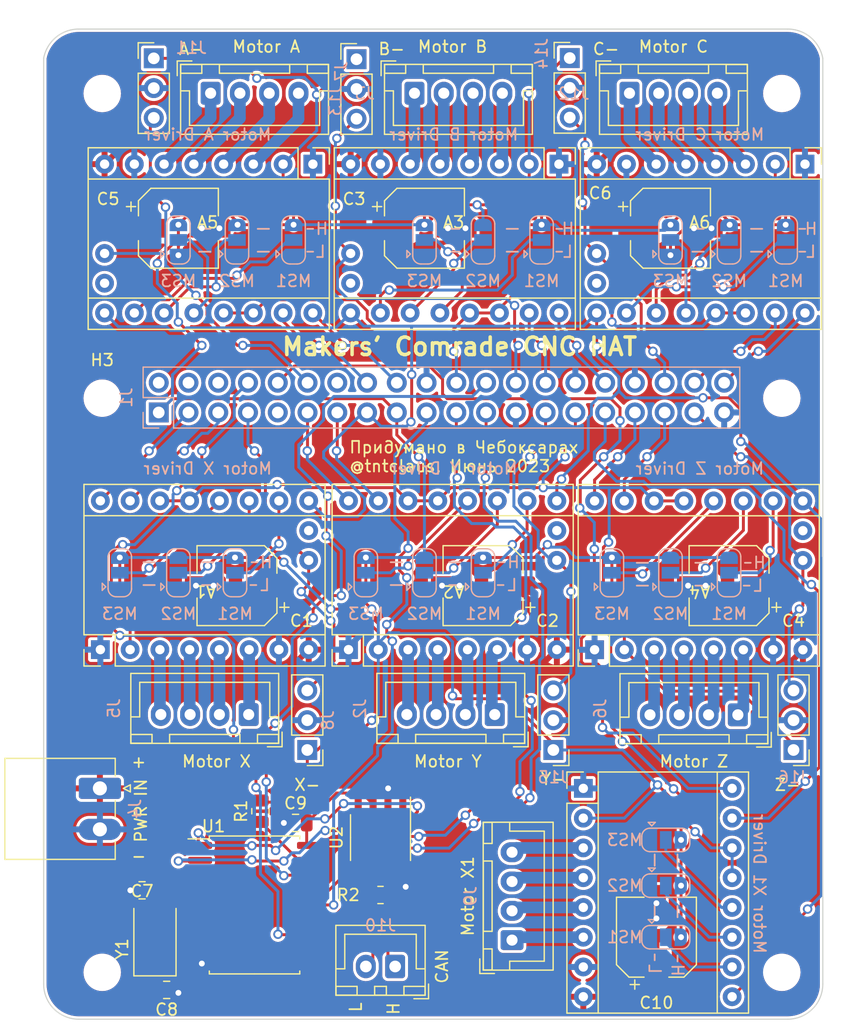
<source format=kicad_pcb>
(kicad_pcb (version 20211014) (generator pcbnew)
  (layers (0 "F.Cu" signal) (31 "B.Cu" signal) (34 "B.Paste" user) (35 "F.Paste" user) (36 "B.SilkS" user "B.Silkscreen") (37 "F.SilkS" user "F.Silkscreen") (38 "B.Mask" user) (39 "F.Mask" user) (44 "Edge.Cuts" user))
  (net 0 "")
  (net 2 "Vin")
  (net 3 "GND")
  (net 4 "+3V3")
  (net 5 "/Motor X/MS1")
  (net 6 "/Motor X/MS2")
  (net 7 "/Motor Y/MS1")
  (net 8 "/Motor Y/MS2")
  (net 9 "/Motor Z/1B")
  (net 10 "/Motor X/1B")
  (net 11 "/Motor X/1A")
  (net 12 "/Motor X/2A")
  (net 13 "/Motor X/2B")
  (net 14 "/Motor Y/1B")
  (net 15 "/Motor Y/1A")
  (net 16 "/Motor Y/2A")
  (net 17 "/Motor Y/2B")
  (net 18 "/Motor Z/1A")
  (net 19 "/Motor Z/2A")
  (net 20 "/Motor Z/2B")
  (net 21 "/Motor Z/MS1")
  (net 22 "/Motor Z/MS2")
  (net 23 "/Motor B/1B")
  (net 24 "/Motor B/1A")
  (net 25 "/Motor B/2A")
  (net 26 "/Motor B/2B")
  (net 27 "/Motor B/MS1")
  (net 28 "/Motor B/MS2")
  (net 29 "/Motor A/1B")
  (net 30 "/Motor A/1A")
  (net 31 "/Motor A/2A")
  (net 32 "/Motor A/2B")
  (net 33 "/Motor A/MS1")
  (net 34 "/Motor A/MS2")
  (net 39 "/Motor C/1B")
  (net 40 "/Motor C/1A")
  (net 41 "/Motor C/2A")
  (net 42 "/Motor C/2B")
  (net 43 "/Motor C/MS1")
  (net 44 "/Motor C/MS2")
  (net 46 "/Motor X/MS3")
  (net 48 "/Motor Y/MS3")
  (net 49 "/Motor B/MS3")
  (net 52 "/Motor Z/MS3")
  (net 53 "/Motor A/MS3")
  (net 55 "/Motor C/MS3")
  (net 56 "+5V")
  (net 57 "/UART_X")
  (net 58 "/UART_A")
  (net 59 "/MC DIAG")
  (net 60 "/MZ DIAG")
  (net 61 "/MZ STEP")
  (net 62 "/MZ DIR")
  (net 63 "/MC STEP")
  (net 64 "/MC DIR")
  (net 65 "/MB STEP")
  (net 66 "/MB DIR")
  (net 67 "/MB DIAG")
  (net 68 "/MA STEP")
  (net 69 "/MA DIR")
  (net 70 "/MA DIAG")
  (net 71 "/MX DIAG")
  (net 72 "/MX DIR")
  (net 73 "/MX STEP")
  (net 74 "/MY STEP")
  (net 75 "/MY DIR")
  (net 76 "/MY DIAG")
  (net 77 "Net-(C7-Pad2)")
  (net 78 "Net-(C8-Pad2)")
  (net 83 "/CAN/H")
  (net 84 "/CAN/L")
  (net 85 "Net-(R1-Pad1)")
  (net 88 "/CAN/TX")
  (net 89 "/CAN/RX")
  (net 91 "/CAN_INT")
  (net 92 "/CAN_MOSI")
  (net 93 "/CAN_MISO")
  (net 94 "/CAN_SCK")
  (net 95 "/CAN_CS")
  (net 96 "MEN")
  (net 97 "/Motor X1/1B")
  (net 98 "/Motor X1/1A")
  (net 99 "/Motor X1/2A")
  (net 100 "/Motor X1/2B")
  (net 101 "/Motor X1/MS1")
  (net 102 "/Motor X1/MS2")
  (net 103 "/Motor X1/MS3")
  (net 104 "/MX1 STEP")
  (net 105 "/MX1 DIR")
  (footprint "Capacitor_SMD:CP_Elec_6.3x7.7" (layer "F.Cu") (at 81.5 63 180)
    (fp_text reference "C4")
    (fp_text value "100µF 50V")
  )
  (footprint "Connector_JST:JST_XH_B2B-XH-A_1x02_P2.50mm_Vertical" (layer "F.Cu") (at 53 95.5 180)
    (fp_text reference "J10")
    (fp_text value "CAN")
  )
  (footprint "Connector_PinHeader_2.54mm:PinHeader_1x03_P2.54mm_Vertical" (layer "F.Cu") (at 87 77.025 180)
    (fp_text reference "J16")
    (fp_text value "Z-")
  )
  (footprint "Connector_JST:JST_XH_B4B-XH-A_1x04_P2.50mm_Vertical" (layer "F.Cu") (at 37.25 20.975)
    (fp_text reference "J7")
    (fp_text value "Motor A")
  )
  (footprint "Connector_JST:JST_XH_B4B-XH-A_1x04_P2.50mm_Vertical" (layer "F.Cu") (at 82.25 74.025 180)
    (fp_text reference "J6")
    (fp_text value "Motor Z")
  )
  (footprint "Capacitor_SMD:CP_Elec_6.3x7.7" (layer "F.Cu") (at 75.3 93 90)
    (fp_text reference "C10")
    (fp_text value "100µF 50V")
  )
  (footprint "Capacitor_SMD:CP_Elec_6.3x7.7" (layer "F.Cu") (at 39.5 63 180)
    (fp_text reference "C1")
    (fp_text value "100µF 50V")
  )
  (footprint "MountingHole:MountingHole_2.7mm_M2.5_ISO14580" (layer "F.Cu") (at 28 21)
    (fp_text reference "H5")
    (fp_text value "MountingHole")
  )
  (footprint "TMCSockets:TMC220X" (layer "F.Cu") (at 58 61.99 90)
    (fp_text reference "A2")
    (fp_text value "Motor Y Driver")
  )
  (footprint "TMCSockets:TMC220X" (layer "F.Cu") (at 58 33.5 -90)
    (fp_text reference "A3")
    (fp_text value "Motor B Driver")
  )
  (footprint "Resistor_SMD:R_0805_2012Metric" (layer "F.Cu") (at 41.5 82.25 90)
    (fp_text reference "R1")
    (fp_text value "10k")
  )
  (footprint "Capacitor_SMD:CP_Elec_6.3x7.7" (layer "F.Cu") (at 76.5 32.5)
    (fp_text reference "C6")
    (fp_text value "100µF 50V")
  )
  (footprint "Capacitor_SMD:C_0805_2012Metric" (layer "F.Cu") (at 31.4 89)
    (fp_text reference "C7")
    (fp_text value "22pF")
  )
  (footprint "TMCSockets:TMC220X" (layer "F.Cu") (at 37 33.5 -90)
    (fp_text reference "A5")
    (fp_text value "Motor A Driver")
  )
  (footprint "Connector_Phoenix_MC:PhoenixContact_MC_1,5_2-G-3.5_1x02_P3.50mm_Horizontal" (layer "F.Cu") (at 27.8 80.3 -90)
    (fp_text reference "J4")
    (fp_text value "PWR IN")
  )
  (footprint "Capacitor_SMD:C_0805_2012Metric" (layer "F.Cu") (at 44.5 83.25)
    (fp_text reference "C9")
    (fp_text value "0.1µF")
  )
  (footprint "Connector_PinHeader_2.54mm:PinHeader_1x03_P2.54mm_Vertical" (layer "F.Cu") (at 66.5 77.025 180)
    (fp_text reference "J15")
    (fp_text value "Y-")
  )
  (footprint "TMCSockets:TMC220X" (layer "F.Cu") (at 79 62 90)
    (fp_text reference "A4")
    (fp_text value "Motor Z Driver")
  )
  (footprint "MountingHole:MountingHole_2.7mm_M2.5_ISO14580" (layer "F.Cu") (at 86 47)
    (fp_text reference "H4")
    (fp_text value "MountingHole")
  )
  (footprint "MountingHole:MountingHole_2.7mm_M2.5_ISO14580" (layer "F.Cu") (at 28 47)
    (fp_text reference "H3")
    (fp_text value "MountingHole")
  )
  (footprint "Package_SO:SOIC-8_3.9x4.9mm_P1.27mm" (layer "F.Cu") (at 51.75 84.5 -90)
    (fp_text reference "U2")
    (fp_text value "SN65HVD230")
  )
  (footprint "Connector_JST:JST_XH_B4B-XH-A_1x04_P2.50mm_Vertical" (layer "F.Cu") (at 40.5 74 180)
    (fp_text reference "J5")
    (fp_text value "Motor X")
  )
  (footprint "Connector_JST:JST_XH_B4B-XH-A_1x04_P2.50mm_Vertical" (layer "F.Cu") (at 73 20.975)
    (fp_text reference "J12")
    (fp_text value "Motor C")
  )
  (footprint "Package_SO:SOIC-18W_7.5x11.6mm_P1.27mm" (layer "F.Cu") (at 41 90.25)
    (fp_text reference "U1")
    (fp_text value "MCP2515-xSO")
  )
  (footprint "TMCSockets:TMC220X" (layer "F.Cu") (at 36.82132 61.99 90)
    (fp_text reference "A1")
    (fp_text value "Motor X Driver")
  )
  (footprint "Capacitor_SMD:CP_Elec_6.3x7.7" (layer "F.Cu") (at 60.5 63 180)
    (fp_text reference "C2")
    (fp_text value "100µF 50V")
  )
  (footprint "Capacitor_SMD:CP_Elec_6.3x7.7" (layer "F.Cu") (at 34.5 32.5)
    (fp_text reference "C5")
    (fp_text value "100µF 50V")
  )
  (footprint "Crystal:Crystal_SMD_5032-2Pin_5.0x3.2mm" (layer "F.Cu") (at 32.5 93.25 90)
    (fp_text reference "Y1")
    (fp_text value "Crystal")
  )
  (footprint "Connector_JST:JST_XH_B4B-XH-A_1x04_P2.50mm_Vertical" (layer "F.Cu") (at 54.65 20.975)
    (fp_text reference "J3")
    (fp_text value "Motor B")
  )
  (footprint "Capacitor_SMD:C_0805_2012Metric" (layer "F.Cu") (at 33.5 97.5 180)
    (fp_text reference "C8")
    (fp_text value "22pF")
  )
  (footprint "Connector_PinHeader_2.54mm:PinHeader_1x03_P2.54mm_Vertical" (layer "F.Cu") (at 45.5 77.025 180)
    (fp_text reference "J8")
    (fp_text value "X-")
  )
  (footprint "MountingHole:MountingHole_2.7mm_M2.5_ISO14580" (layer "F.Cu") (at 86 21)
    (fp_text reference "H6")
    (fp_text value "MountingHole")
  )
  (footprint "Connector_PinHeader_2.54mm:PinHeader_1x03_P2.54mm_Vertical" (layer "F.Cu") (at 67.9 17.975)
    (fp_text reference "J14")
    (fp_text value "C-")
  )
  (footprint "TMCSockets:TMC220X" (layer "F.Cu") (at 79 33.5 -90)
    (fp_text reference "A6")
    (fp_text value "Motor C Driver")
  )
  (footprint "Connector_PinHeader_2.54mm:PinHeader_1x03_P2.54mm_Vertical" (layer "F.Cu") (at 49.7 18.075)
    (fp_text reference "J13")
    (fp_text value "B-")
  )
  (footprint "MountingHole:MountingHole_2.7mm_M2.5_ISO14580" (layer "F.Cu") (at 86 96)
    (fp_text reference "H2")
    (fp_text value "MountingHole")
  )
  (footprint "Connector_JST:JST_XH_B4B-XH-A_1x04_P2.50mm_Vertical" (layer "F.Cu") (at 61.5 74 180)
    (fp_text reference "J2")
    (fp_text value "Motor Y")
  )
  (footprint "Resistor_SMD:R_0805_2012Metric" (layer "F.Cu") (at 51.75 89.4 180)
    (fp_text reference "R2")
    (fp_text value "120")
  )
  (footprint "Connector_JST:JST_XH_B4B-XH-A_1x04_P2.50mm_Vertical" (layer "F.Cu") (at 62.975 93.25 90)
    (fp_text reference "J9")
    (fp_text value "Motor X1")
  )
  (footprint "Connector_PinHeader_2.54mm:PinHeader_1x03_P2.54mm_Vertical" (layer "F.Cu") (at 32.4 18)
    (fp_text reference "J11")
    (fp_text value "A-")
  )
  (footprint "Capacitor_SMD:CP_Elec_6.3x7.7" (layer "F.Cu") (at 55.5 32.5)
    (fp_text reference "C3")
    (fp_text value "100µF 50V")
  )
  (footprint "MountingHole:MountingHole_2.7mm_M2.5_ISO14580" (layer "F.Cu") (at 28 96)
    (fp_text reference "H1")
    (fp_text value "MountingHole")
  )
  (footprint "TMCSockets:TMC2208" (layer "F.Cu") (at 76.16 89.3525)
    (fp_text reference "A7")
    (fp_text value "Motor X1 Driver")
  )
  (footprint "Jumper:SolderJumper-3_P1.3mm_Open_RoundedPad1.0x1.5mm" (layer "B.Cu") (at 55.5 33.5 90)
    (fp_text reference "JP7")
    (fp_text value "MS3")
  )
  (footprint "Jumper:SolderJumper-3_P1.3mm_Open_RoundedPad1.0x1.5mm" (layer "B.Cu") (at 44.33 33.5 90)
    (fp_text reference "JP15")
    (fp_text value "MS1")
  )
  (footprint "Jumper:SolderJumper-3_P1.3mm_Open_RoundedPad1.0x1.5mm" (layer "B.Cu") (at 76.5 61.9 90)
    (fp_text reference "JP11")
    (fp_text value "MS2")
  )
  (footprint "Jumper:SolderJumper-3_P1.3mm_Open_RoundedPad1.0x1.5mm" (layer "B.Cu") (at 81.5 33.5 90)
    (fp_text reference "JP17")
    (fp_text value "MS2")
  )
  (footprint "Jumper:SolderJumper-3_P1.3mm_Open_RoundedPad1.0x1.5mm" (layer "B.Cu") (at 76.1 84.7)
    (fp_text reference "JP19")
    (fp_text value "MS3")
  )
  (footprint "Jumper:SolderJumper-3_P1.3mm_Open_RoundedPad1.0x1.5mm" (layer "B.Cu") (at 55.5 61.9 90)
    (fp_text reference "JP5")
    (fp_text value "MS2")
  )
  (footprint "Jumper:SolderJumper-3_P1.3mm_Open_RoundedPad1.0x1.5mm" (layer "B.Cu") (at 34.5 33.5 90)
    (fp_text reference "JP13")
    (fp_text value "MS3")
  )
  (footprint "Jumper:SolderJumper-3_P1.3mm_Open_RoundedPad1.0x1.5mm" (layer "B.Cu") (at 39.33 61.9 90)
    (fp_text reference "JP3")
    (fp_text value "MS1")
  )
  (footprint "Jumper:SolderJumper-3_P1.3mm_Open_RoundedPad1.0x1.5mm" (layer "B.Cu") (at 86.33 33.5 90)
    (fp_text reference "JP18")
    (fp_text value "MS1")
  )
  (footprint "Jumper:SolderJumper-3_P1.3mm_Open_RoundedPad1.0x1.5mm" (layer "B.Cu") (at 50.5 61.9 90)
    (fp_text reference "JP4")
    (fp_text value "MS3")
  )
  (footprint "Jumper:SolderJumper-3_P1.3mm_Open_RoundedPad1.0x1.5mm" (layer "B.Cu") (at 60.5 61.9 90)
    (fp_text reference "JP6")
    (fp_text value "MS1")
  )
  (footprint "Connector_PinSocket_2.54mm:PinSocket_2x20_P2.54mm_Vertical" (layer "B.Cu") (at 32.82132 48.22132 -90)
    (fp_text reference "J1")
    (fp_text value "Raspberry_Pi_2_3")
  )
  (footprint "Jumper:SolderJumper-3_P1.3mm_Open_RoundedPad1.0x1.5mm" (layer "B.Cu") (at 81.5 61.9 90)
    (fp_text reference "JP12")
    (fp_text value "MS1")
  )
  (footprint "Jumper:SolderJumper-3_P1.3mm_Open_RoundedPad1.0x1.5mm" (layer "B.Cu") (at 76.5 33.5 90)
    (fp_text reference "JP16")
    (fp_text value "MS3")
  )
  (footprint "Jumper:SolderJumper-3_P1.3mm_Open_RoundedPad1.0x1.5mm" (layer "B.Cu") (at 76.1 88.6)
    (fp_text reference "JP20")
    (fp_text value "MS2")
  )
  (footprint "Jumper:SolderJumper-3_P1.3mm_Open_RoundedPad1.0x1.5mm" (layer "B.Cu") (at 76.1 93)
    (fp_text reference "JP21")
    (fp_text value "MS1")
  )
  (footprint "Jumper:SolderJumper-3_P1.3mm_Open_RoundedPad1.0x1.5mm" (layer "B.Cu") (at 29.5 61.9 90)
    (fp_text reference "JP1")
    (fp_text value "MS3")
  )
  (footprint "Jumper:SolderJumper-3_P1.3mm_Open_RoundedPad1.0x1.5mm" (layer "B.Cu") (at 34.5 61.9 90)
    (fp_text reference "JP2")
    (fp_text value "MS2")
  )
  (footprint "Jumper:SolderJumper-3_P1.3mm_Open_RoundedPad1.0x1.5mm" (layer "B.Cu") (at 65.5 33.5 90)
    (fp_text reference "JP9")
    (fp_text value "MS1")
  )
  (footprint "Jumper:SolderJumper-3_P1.3mm_Open_RoundedPad1.0x1.5mm" (layer "B.Cu") (at 60.5 33.5 90)
    (fp_text reference "JP8")
    (fp_text value "MS2")
  )
  (footprint "Jumper:SolderJumper-3_P1.3mm_Open_RoundedPad1.0x1.5mm" (layer "B.Cu") (at 71.5 61.9 90)
    (fp_text reference "JP10")
    (fp_text value "MS3")
  )
  (footprint "Jumper:SolderJumper-3_P1.3mm_Open_RoundedPad1.0x1.5mm" (layer "B.Cu") (at 39.5 33.5 90)
    (fp_text reference "JP14")
    (fp_text value "MS2")
  )
  (gr_line (start 73.61875 63) (end 74.58125 63) (layer "B.SilkS") (width 0.15))
  (gr_line (start 41.26875 34.5) (end 42.23125 34.5) (layer "B.SilkS") (width 0.15))
  (gr_line (start 40.75 61) (end 41.25 61) (layer "B.SilkS") (width 0.15))
  (gr_line (start 78.36875 32.55) (end 79.33125 32.55) (layer "B.SilkS") (width 0.15))
  (gr_line (start 41.26875 32.55) (end 42.23125 32.55) (layer "B.SilkS") (width 0.15))
  (gr_line (start 31.51875 62.95) (end 32.48125 62.95) (layer "B.SilkS") (width 0.15))
  (gr_line (start 31.51875 61) (end 32.48125 61) (layer "B.SilkS") (width 0.15))
  (gr_line (start 82.75 63) (end 83.25 63) (layer "B.SilkS") (width 0.15))
  (gr_line (start 66.75 32.55) (end 67.25 32.55) (layer "B.SilkS") (width 0.15))
  (gr_line (start 75.15 90.3375) (end 75.15 91.3) (layer "B.SilkS") (width 0.15))
  (gr_line (start 61.75 62.95) (end 62.25 62.95) (layer "B.SilkS") (width 0.15))
  (gr_line (start 83.36875 34.5) (end 84.33125 34.5) (layer "B.SilkS") (width 0.15))
  (gr_line (start 57.51875 32.55) (end 58.48125 32.55) (layer "B.SilkS") (width 0.15))
  (gr_line (start 36.26875 34.5) (end 37.23125 34.5) (layer "B.SilkS") (width 0.15))
  (gr_line (start 62.51875 34.5) (end 63.48125 34.5) (layer "B.SilkS") (width 0.15))
  (gr_line (start 52.61875 62.95) (end 53.58125 62.95) (layer "B.SilkS") (width 0.15))
  (gr_line (start 36.26875 32.55) (end 37.23125 32.55) (layer "B.SilkS") (width 0.15))
  (gr_line (start 61.85 61) (end 62.35 61) (layer "B.SilkS") (width 0.15))
  (gr_line (start 36.51875 61) (end 37.48125 61) (layer "B.SilkS") (width 0.15))
  (gr_line (start 66.75 34.5) (end 67.25 34.5) (layer "B.SilkS") (width 0.15))
  (gr_line (start 82.85 61.05) (end 83.35 61.05) (layer "B.SilkS") (width 0.15))
  (gr_line (start 77.1 94.56875) (end 77.1 95.06875) (layer "B.SilkS") (width 0.15))
  (gr_line (start 87.5 34.5) (end 88 34.5) (layer "B.SilkS") (width 0.15))
  (gr_line (start 45.5 32.55) (end 46 32.55) (layer "B.SilkS") (width 0.15))
  (gr_line (start 57.51875 34.5) (end 58.48125 34.5) (layer "B.SilkS") (width 0.15))
  (gr_line (start 77.1 85.9375) (end 77.1 86.9) (layer "B.SilkS") (width 0.15))
  (gr_line (start 57.61875 61) (end 58.58125 61) (layer "B.SilkS") (width 0.15))
  (gr_line (start 78.36875 34.5) (end 79.33125 34.5) (layer "B.SilkS") (width 0.15))
  (gr_line (start 40.65 62.95) (end 41.15 62.95) (layer "B.SilkS") (width 0.15))
  (gr_line (start 78.61875 61.05) (end 79.58125 61.05) (layer "B.SilkS") (width 0.15))
  (gr_line (start 77.1 90.3375) (end 77.1 91.3) (layer "B.SilkS") (width 0.15))
  (gr_line (start 83.36875 32.55) (end 84.33125 32.55) (layer "B.SilkS") (width 0.15))
  (gr_line (start 75.15 94.46875) (end 75.15 94.96875) (layer "B.SilkS") (width 0.15))
  (gr_line (start 87.5 32.55) (end 88 32.55) (layer "B.SilkS") (width 0.15))
  (gr_line (start 75.15 85.9375) (end 75.15 86.9) (layer "B.SilkS") (width 0.15))
  (gr_line (start 57.61875 62.95) (end 58.58125 62.95) (layer "B.SilkS") (width 0.15))
  (gr_line (start 73.61875 61.05) (end 74.58125 61.05) (layer "B.SilkS") (width 0.15))
  (gr_line (start 78.61875 63) (end 79.58125 63) (layer "B.SilkS") (width 0.15))
  (gr_line (start 45.5 34.5) (end 46 34.5) (layer "B.SilkS") (width 0.15))
  (gr_line (start 52.61875 61) (end 53.58125 61) (layer "B.SilkS") (width 0.15))
  (gr_line (start 36.51875 62.95) (end 37.48125 62.95) (layer "B.SilkS") (width 0.15))
  (gr_line (start 62.51875 32.55) (end 63.48125 32.55) (layer "B.SilkS") (width 0.15))
  (gr_line (start 23 18) (end 23 97) (layer "Edge.Cuts") (width 0.1))
  (gr_arc (start 26 100) (mid 23.87868 99.12132) (end 23 97) (layer "Edge.Cuts") (width 0.1))
  (gr_arc (start 89.5 97) (mid 88.62132 99.12132) (end 86.5 100) (layer "Edge.Cuts") (width 0.1))
  (gr_line (start 26 15.5) (end 86.5 15.5) (layer "Edge.Cuts") (width 0.1))
  (gr_arc (start 86.5 15.5) (mid 88.452493 16.207008) (end 89.5 18) (layer "Edge.Cuts") (width 0.1))
  (gr_line (start 26 100) (end 67.5 100) (layer "Edge.Cuts") (width 0.1))
  (gr_line (start 89.5 18) (end 89.5 97) (layer "Edge.Cuts") (width 0.1))
  (gr_arc (start 23 18) (mid 24.047505 16.207007) (end 26 15.5) (layer "Edge.Cuts") (width 0.1))
  (gr_line (start 67.5 100) (end 86.5 100) (layer "Edge.Cuts") (width 0.1))
  (gr_text "L\n" (at 46.65 34.5) (layer "B.SilkS") (effects (font (size 1 1)) (justify mirror)))
  (gr_text "L\n" (at 41.9 62.95) (layer "B.SilkS") (effects (font (size 1 1)) (justify mirror)))
  (gr_text "H" (at 46.75 32.55) (layer "B.SilkS") (effects (font (size 1 1)) (justify mirror)))
  (gr_text "H" (at 84.1 61.05) (layer "B.SilkS") (effects (font (size 1 1)) (justify mirror)))
  (gr_text "H" (at 63.1 61) (layer "B.SilkS") (effects (font (size 1 1)) (justify mirror)))
  (gr_text "H" (at 67.75 32.55) (layer "B.SilkS") (effects (font (size 1 1)) (justify mirror)))
  (gr_text "H" (at 88.5 32.55) (layer "B.SilkS") (effects (font (size 1 1)) (justify mirror)))
  (gr_text "L\n" (at 63 62.95) (layer "B.SilkS") (effects (font (size 1 1)) (justify mirror)))
  (gr_text "L\n" (at 84 63) (layer "B.SilkS") (effects (font (size 1 1)) (justify mirror)))
  (gr_text "L\n" (at 75.15 95.71875 270) (layer "B.SilkS") (effects (font (size 1 1)) (justify mirror)))
  (gr_text "H" (at 77.1 95.81875 270) (layer "B.SilkS") (effects (font (size 1 1)) (justify mirror)))
  (gr_text "H" (at 42 61) (layer "B.SilkS") (effects (font (size 1 1)) (justify mirror)))
  (gr_text "L\n" (at 88.5 34.5) (layer "B.SilkS") (effects (font (size 1 1)) (justify mirror)))
  (gr_text "L\n" (at 67.75 34.5) (layer "B.SilkS") (effects (font (size 1 1)) (justify mirror)))
  (gr_text "Придумано в Чебоксарах\n@tntclaus, Июнь 2023" (at 49 52) (layer "F.SilkS") (effects (font (size 1 1)) (justify left)))
  (gr_text "Makers' Comrade CNC HAT" (at 43.2 42.6) (layer "F.SilkS") (effects (font (size 1.5 1.5) (thickness 0.3)) (justify left)))
  (gr_text "-\n\n\n\n\n+" (at 30.4 82.2 180) (layer "F.SilkS") (effects (font (size 1 1)) (justify right)))
  (gr_text "L\n\nH" (at 51.25 98.475 90) (layer "F.SilkS") (effects (font (size 1 1)) (justify right)))
  (segment (start 52.8 32.5) (end 50.4 30.1) (width 0.5) (layer "F.Cu") (net 2))
  (segment (start 42.2 63) (end 44.4 65.2) (width 0.5) (layer "F.Cu") (net 2))
  (segment (start 29.490489 30.190489) (end 29.490489 26.109511) (width 0.5) (layer "F.Cu") (net 2))
  (segment (start 50.4 26.1) (end 50.13 26.1) (width 0.5) (layer "F.Cu") (net 2))
  (segment (start 86.509511 69.490489) (end 86.5 69.5) (width 0.5) (layer "F.Cu") (net 2))
  (segment (start 86.77 69.5) (end 87.8 68.47) (width 0.5) (layer "F.Cu") (net 2))
  (segment (start 84.2 63) (end 86.509511 65.309511) (width 0.5) (layer "F.Cu") (net 2))
  (segment (start 65.76 69.5) (end 66.8 68.46) (width 0.5) (layer "F.Cu") (net 2))
  (segment (start 86.509511 65.309511) (end 86.509511 69.490489) (width 0.5) (layer "F.Cu") (net 2))
  (segment (start 86.5 69.5) (end 86.77 69.5) (width 0.5) (layer "F.Cu") (net 2))
  (segment (start 65.6 69.5) (end 65.76 69.5) (width 0.5) (layer "F.Cu") (net 2))
  (segment (start 50.13 26.1) (end 49.2 27.03) (width 0.5) (layer "F.Cu") (net 2))
  (segment (start 31.8 32.5) (end 29.490489 30.190489) (width 0.5) (layer "F.Cu") (net 2))
  (segment (start 29.13 26.1) (end 28.2 27.03) (width 0.5) (layer "F.Cu") (net 2))
  (segment (start 65.6 65.4) (end 65.6 69.5) (width 0.5) (layer "F.Cu") (net 2))
  (segment (start 73.8 32.5) (end 71.4 30.1) (width 0.5) (layer "F.Cu") (net 2))
  (segment (start 29.5 26.1) (end 29.13 26.1) (width 0.5) (layer "F.Cu") (net 2))
  (segment (start 50.4 30.1) (end 50.4 26.1) (width 0.5) (layer "F.Cu") (net 2))
  (segment (start 29.490489 26.109511) (end 29.5 26.1) (width 0.5) (layer "F.Cu") (net 2))
  (segment (start 44.4 69.68132) (end 45.62132 68.46) (width 0.5) (layer "F.Cu") (net 2))
  (segment (start 71.13 26.1) (end 70.2 27.03) (width 0.5) (layer "F.Cu") (net 2))
  (segment (start 71.4 26.1) (end 71.13 26.1) (width 0.5) (layer "F.Cu") (net 2))
  (segment (start 44.4 65.2) (end 44.4 69.68132) (width 0.5) (layer "F.Cu") (net 2))
  (segment (start 71.4 30.1) (end 71.4 26.1) (width 0.5) (layer "F.Cu") (net 2))
  (segment (start 63.2 63) (end 65.6 65.4) (width 0.5) (layer "F.Cu") (net 2))
  (segment (start 53.655 86.975) (end 53.655 88.455) (width 0.25) (layer "F.Cu") (net 3))
  (segment (start 52.385 82.025) (end 52.385 80.315) (width 0.25) (layer "F.Cu") (net 3))
  (segment (start 34.5 34) (end 36 32.5) (width 0.25) (layer "F.Cu") (net 3))
  (segment (start 52.385 80.315) (end 52.4 80.3) (width 0.25) (layer "F.Cu") (net 3))
  (segment (start 78.8 63) (end 79 63) (width 0.25) (layer "F.Cu") (net 3))
  (segment (start 53.655 88.455) (end 53.9 88.7) (width 0.25) (layer "F.Cu") (net 3))
  (segment (start 76.5 33.7) (end 77.7 32.5) (width 0.25) (layer "F.Cu") (net 3))
  (segment (start 34.5 34.8) (end 34.5 34) (width 0.25) (layer "F.Cu") (net 3))
  (segment (start 77.7 32.5) (end 79.2 32.5) (width 0.25) (layer "F.Cu") (net 3))
  (segment (start 76.5 34.8) (end 76.5 33.7) (width 0.25) (layer "F.Cu") (net 3))
  (segment (start 36 32.5) (end 37.2 32.5) (width 0.25) (layer "F.Cu") (net 3))
  (via (at 76.5 34.8) (size 0.8) (drill 0.5) (layers "F.Cu" "B.Cu") (net 3))
  (via (at 79.5 63) (size 0.8) (drill 0.5) (layers "F.Cu" "B.Cu") (net 3))
  (via (at 34.5 97.75) (size 0.8) (drill 0.5) (layers "F.Cu" "B.Cu") (net 3))
  (via (at 75.3 91.4) (size 0.8) (drill 0.5) (layers "F.Cu" "B.Cu") (net 3))
  (via (at 59 32.5) (size 0.8) (drill 0.5) (layers "F.Cu" "B.Cu") (net 3))
  (via (at 78 63) (size 0.8) (drill 0.5) (layers "F.Cu" "B.Cu") (net 3))
  (via (at 36.5 95.25) (size 0.8) (drill 0.5) (layers "F.Cu" "B.Cu") (net 3))
  (via (at 43.5 83.25) (size 0.8) (drill 0.5) (layers "F.Cu" "B.Cu") (net 3))
  (via (at 36 63) (size 0.8) (drill 0.5) (layers "F.Cu" "B.Cu") (net 3))
  (via (at 30.4 89) (size 0.8) (drill 0.5) (layers "F.Cu" "B.Cu") (net 3))
  (via (at 75.3 90.1) (size 0.8) (drill 0.5) (layers "F.Cu" "B.Cu") (net 3))
  (via (at 53.9 88.7) (size 0.8) (drill 0.5) (layers "F.Cu" "B.Cu") (net 3))
  (via (at 38 32.5) (size 0.8) (drill 0.5) (layers "F.Cu" "B.Cu") (net 3))
  (via (at 52.4 80.3) (size 0.8) (drill 0.5) (layers "F.Cu" "B.Cu") (net 3))
  (via (at 78.5 32.5) (size 0.8) (drill 0.5) (layers "F.Cu" "B.Cu") (net 3))
  (via (at 37.5 63) (size 0.8) (drill 0.5) (layers "F.Cu" "B.Cu") (net 3))
  (via (at 34.5 34.8) (size 0.8) (drill 0.5) (layers "F.Cu" "B.Cu") (net 3))
  (via (at 58.5 63) (size 0.8) (drill 0.5) (layers "F.Cu" "B.Cu") (net 3))
  (via (at 57.5 32.5) (size 0.8) (drill 0.5) (layers "F.Cu" "B.Cu") (net 3))
  (via (at 57 63) (size 0.8) (drill 0.5) (layers "F.Cu" "B.Cu") (net 3))
  (via (at 80 32.5) (size 0.8) (drill 0.5) (layers "F.Cu" "B.Cu") (net 3))
  (via (at 36.5 32.5) (size 0.8) (drill 0.5) (layers "F.Cu" "B.Cu") (net 3))
  (segment (start 49.25 68) (end 50.23 67.02) (width 0.5) (layer "B.Cu") (net 3))
  (segment (start 50.166072 80.7) (end 48 80.7) (width 0.25) (layer "F.Cu") (net 4))
  (segment (start 87 76.566796) (end 87 77.025) (width 0.25) (layer "F.Cu") (net 4))
  (segment (start 81.5495 32.2) (end 81.5495 31.987007) (width 0.25) (layer "F.Cu") (net 4))
  (segment (start 43.674511 81.474511) (end 41.637011 81.474511) (width 0.25) (layer "F.Cu") (net 4))
  (segment (start 75.4 80) (end 77.4 82) (width 0.25) (layer "F.Cu") (net 4))
  (segment (start 62.5 30.5) (end 60 30.5) (width 0.25) (layer "F.Cu") (net 4))
  (segment (start 81.5495 31.987007) (end 80.562493 31) (width 0.25) (layer "F.Cu") (net 4))
  (segment (start 45.45 84.97) (end 45.65 85.17) (width 0.25) (layer "F.Cu") (net 4))
  (segment (start 86.33 29.83) (end 86.33 32.2) (width 0.25) (layer "F.Cu") (net 4))
  (segment (start 65.5 32.2) (end 64.2 32.2) (width 0.25) (layer "F.Cu") (net 4))
  (segment (start 77.7 31) (end 76.5 32.2) (width 0.25) (layer "F.Cu") (net 4))
  (segment (start 32.82132 48.22132) (end 33.995831 47.046809) (width 0.25) (layer "F.Cu") (net 4))
  (segment (start 50.5 64.5) (end 50.5 60.6) (width 0.25) (layer "F.Cu") (net 4))
  (segment (start 39.33 60.6) (end 43.1 60.6) (width 0.25) (layer "F.Cu") (net 4))
  (segment (start 53.14132 48.22132) (end 53.14132 50.14132) (width 0.25) (layer "F.Cu") (net 4))
  (segment (start 46.362507 77.025) (end 47.962987 75.42452) (width 0.25) (layer "F.Cu") (net 4))
  (segment (start 44.33 32.2) (end 39.5495 32.2) (width 0.25) (layer "F.Cu") (net 4))
  (segment (start 77.4 84.7) (end 77.4 88.6) (width 0.25) (layer "F.Cu") (net 4))
  (segment (start 51.56 66.96) (end 49.6 65) (width 0.25) (layer "F.Cu") (net 4))
  (segment (start 77.4 88.6) (end 77.4 93) (width 0.25) (layer "F.Cu") (net 4))
  (segment (start 43.44 27.03) (end 43.44 28.94) (width 0.25) (layer "F.Cu") (net 4))
  (segment (start 45.5 77.025) (end 46.362507 77.025) (width 0.25) (layer "F.Cu") (net 4))
  (segment (start 64.2 32.2) (end 62.5 30.5) (width 0.25) (layer "F.Cu") (net 4))
  (segment (start 43.1 60.6) (end 43.5 61) (width 0.25) (layer "F.Cu") (net 4))
  (segment (start 64.9 60.6) (end 66 59.5) (width 0.25) (layer "F.Cu") (net 4))
  (segment (start 43.44 28.94) (end 44.33 29.83) (width 0.25) (layer "F.Cu") (net 4))
  (segment (start 51.966809 47.046809) (end 53.14132 48.22132) (width 0.25) (layer "F.Cu") (net 4))
  (segment (start 76.09 72) (end 82.433204 72) (width 0.25) (layer "F.Cu") (net 4))
  (segment (start 48 80.7) (end 45.45 83.25) (width 0.25) (layer "F.Cu") (net 4))
  (segment (start 45.45 83.25) (end 45.5 83.2) (width 0.25) (layer "F.Cu") (net 4))
  (segment (start 53.14132 50.14132) (end 55 52) (width 0.25) (layer "F.Cu") (net 4))
  (segment (start 57.9 72.4) (end 58.15048 72.65048) (width 0.25) (layer "F.Cu") (net 4))
  (segment (start 32.700989 35.163293) (end 34.5 33.364282) (width 0.25) (layer "F.Cu") (net 4))
  (segment (start 39.5495 32.2) (end 39.5495 31.987007) (width 0.25) (layer "F.Cu") (net 4))
  (segment (start 47.962987 75.42452) (end 50.07548 75.42452) (width 0.25) (layer "F.Cu") (net 4))
  (segment (start 56 30.5) (end 55.5 31) (width 0.25) (layer "F.Cu") (net 4))
  (segment (start 45.45 83.25) (end 43.674511 81.474511) (width 0.25) (layer "F.Cu") (net 4))
  (segment (start 60 30.5) (end 56 30.5) (width 0.25) (layer "F.Cu") (net 4))
  (segment (start 34.5 33.364282) (end 34.5 32.2) (width 0.25) (layer "F.Cu") (net 4))
  (segment (start 36.5 42.5) (end 34.5 40.5) (width 0.25) (layer "F.Cu") (net 4))
  (segment (start 64.44 27.03) (end 64.44 28.94) (width 0.25) (layer "F.Cu") (net 4))
  (segment (start 50.07548 75.42452) (end 51 74.5) (width 0.25) (layer "F.Cu") (net 4))
  (segment (start 35.32452 31.37548) (end 34.5 32.2) (width 0.25) (layer "F.Cu") (net 4))
  (segment (start 58.15048 72.65048) (end 62.358684 72.65048) (width 0.25) (layer "F.Cu") (net 4))
  (segment (start 41.2 19.7) (end 39.5 18) (width 0.25) (layer "F.Cu") (net 4))
  (segment (start 62.358684 72.65048) (end 62.958204 73.25) (width 0.25) (layer "F.Cu") (net 4))
  (segment (start 60.5 60.6) (end 64.9 60.6) (width 0.25) (layer "F.Cu") (net 4))
  (segment (start 32.700989 35.499011) (end 32.700989 35.163293) (width 0.25) (layer "F.Cu") (net 4))
  (segment (start 49.6 65) (end 47.5 65) (width 0.25) (layer "F.Cu") (net 4))
  (segment (start 49.325 18.075) (end 49.7 18.075) (width 0.25) (layer "F.Cu") (net 4))
  (segment (start 67.425 17.975) (end 67.9 17.975) (width 0.25) (layer "F.Cu") (net 4))
  (segment (start 64.4 21) (end 67.425 17.975) (width 0.25) (layer "F.Cu") (net 4))
  (segment (start 64.44 28.94) (end 65.5 30) (width 0.25) (layer "F.Cu") (net 4))
  (segment (start 51 65) (end 50.5 64.5) (width 0.25) (layer "F.Cu") (net 4))
  (segment (start 62.958204 73.25) (end 63.25 73.25) (width 0.25) (layer "F.Cu") (net 4))
  (segment (start 45.5 83.2) (end 45.5 77.025) (width 0.25) (layer "F.Cu") (net 4))
  (segment (start 86.33 32.2) (end 81.5495 32.2) (width 0.25) (layer "F.Cu") (net 4))
  (segment (start 44.33 29.83) (end 44.33 32.2) (width 0.25) (layer "F.Cu") (net 4))
  (segment (start 72.56 66.56) (end 71.5 65.5) (width 0.25) (layer "F.Cu") (net 4))
  (segment (start 65.5 30) (end 65.5 32.2) (width 0.25) (layer "F.Cu") (net 4))
  (segment (start 51.115 81.648928) (end 50.166072 80.7) (width 0.25) (layer "F.Cu") (net 4))
  (segment (start 51.115 82.025) (end 51.115 81.648928) (width 0.25) (layer "F.Cu") (net 4))
  (segment (start 80.562493 31) (end 77.7 31) (width 0.25) (layer "F.Cu") (net 4))
  (segment (start 39.5 18) (end 32.4 18) (width 0.25) (layer "F.Cu") (net 4))
  (segment (start 41.637011 81.474511) (end 41.5 81.3375) (width 0.25) (layer "F.Cu") (net 4))
  (segment (start 85.44 28.94) (end 86.33 29.83) (width 0.25) (layer "F.Cu") (net 4))
  (segment (start 66.5 76.5) (end 66.5 77.025) (width 0.25) (layer "F.Cu") (net 4))
  (segment (start 63.25 73.25) (end 66.5 76.5) (width 0.25) (layer "F.Cu") (net 4))
  (segment (start 33.995831 47.046809) (end 51.966809 47.046809) (width 0.25) (layer "F.Cu") (net 4))
  (segment (start 51.56 68.46) (end 51.56 66.96) (width 0.25) (layer "F.Cu") (net 4))
  (segment (start 72.56 68.47) (end 72.56 66.56) (width 0.25) (layer "F.Cu") (net 4))
  (segment (start 45.45 83.25) (end 45.45 84.97) (width 0.25) (layer "F.Cu") (net 4))
  (segment (start 72.56 68.47) (end 76.09 72) (width 0.25) (layer "F.Cu") (net 4))
  (segment (start 85.44 27.03) (end 85.44 28.94) (width 0.25) (layer "F.Cu") (net 4))
  (segment (start 82.433204 72) (end 87 76.566796) (width 0.25) (layer "F.Cu") (net 4))
  (segment (start 30.38132 65.88132) (end 29.5 65) (width 0.25) (layer "F.Cu") (net 4))
  (segment (start 46.3 21.1) (end 49.325 18.075) (width 0.25) (layer "F.Cu") (net 4))
  (segment (start 39.5495 31.987007) (end 38.937973 31.37548) (width 0.25) (layer "F.Cu") (net 4))
  (segment (start 30.38132 68.46) (end 30.38132 65.88132) (width 0.25) (layer "F.Cu") (net 4))
  (segment (start 38.937973 31.37548) (end 35.32452 31.37548) (width 0.25) (layer "F.Cu") (net 4))
  (segment (start 71.5 65.5) (end 71.5 60.6) (width 0.25) (layer "F.Cu") (net 4))
  (segment (start 77.4 82) (end 77.4 84.7) (width 0.25) (layer "F.Cu") (net 4))
  (segment (start 29.5 65) (end 29.5 60.6) (width 0.25) (layer "F.Cu") (net 4))
  (segment (start 55.5 31) (end 55.5 32.2) (width 0.25) (layer "F.Cu") (net 4))
  (via (at 36.5 42.5) (size 0.8) (drill 0.5) (layers "F.Cu" "B.Cu") (net 4))
  (via (at 43.5 61) (size 0.8) (drill 0.5) (layers "F.Cu" "B.Cu") (net 4))
  (via (at 71.5 60.6) (size 0.8) (drill 0.5) (layers "F.Cu" "B.Cu") (net 4))
  (via (at 65.5 32.2) (size 0.8) (drill 0.5) (layers "F.Cu" "B.Cu") (net 4))
  (via (at 41.2 19.7) (size 0.8) (drill 0.5) (layers "F.Cu" "B.Cu") (net 4))
  (via (at 55.5 32.2) (size 0.8) (drill 0.5) (layers "F.Cu" "B.Cu") (net 4))
  (via (at 55 52) (size 0.8) (drill 0.5) (layers "F.Cu" "B.Cu") (net 4))
  (via (at 51 74.5) (size 0.8) (drill 0.5) (layers "F.Cu" "B.Cu") (net 4))
  (via (at 76.5 32.2) (size 0.8) (drill 0.5) (layers "F.Cu" "B.Cu") (net 4))
  (via (at 64.4 21) (size 0.8) (drill 0.5) (layers "F.Cu" "B.Cu") (net 4))
  (via (at 81.5495 32.2) (size 0.8) (drill 0.5) (layers "F.Cu" "B.Cu") (net 4))
  (via (at 44.33 32.2) (size 0.8) (drill 0.5) (layers "F.Cu" "B.Cu") (net 4))
  (via (at 75.4 80) (size 0.8) (drill 0.5) (layers "F.Cu" "B.Cu") (net 4))
  (via (at 77.4 84.7) (size 0.8) (drill 0.5) (layers "F.Cu" "B.Cu") (net 4))
  (via (at 77.4 93) (size 0.8) (drill 0.5) (layers "F.Cu" "B.Cu") (net 4))
  (via (at 77.4 88.6) (size 0.8) (drill 0.5) (layers "F.Cu" "B.Cu") (net 4))
  (via (at 60 30.5) (size 0.8) (drill 0.5) (layers "F.Cu" "B.Cu") (net 4))
  (via (at 47.5 65) (size 0.8) (drill 0.5) (layers "F.Cu" "B.Cu") (net 4))
  (via (at 66 59.5) (size 0.8) (drill 0.5) (layers "F.Cu" "B.Cu") (net 4))
  (via (at 57.9 72.4) (size 0.8) (drill 0.5) (layers "F.Cu" "B.Cu") (net 4))
  (via (at 50.5 60.6) (size 0.8) (drill 0.5) (layers "F.Cu" "B.Cu") (net 4))
  (via (at 32.700989 35.499011) (size 0.8) (drill 0.5) (layers "F.Cu" "B.Cu") (net 4))
  (via (at 86.33 32.2) (size 0.8) (drill 0.5) (layers "F.Cu" "B.Cu") (net 4))
  (via (at 34.5 40.5) (size 0.8) (drill 0.5) (layers "F.Cu" "B.Cu") (net 4))
  (via (at 60.5 60.6) (size 0.8) (drill 0.5) (layers "F.Cu" "B.Cu") (net 4))
  (via (at 39.33 60.6) (size 0.8) (drill 0.5) (layers "F.Cu" "B.Cu") (net 4))
  (via (at 46.3 21.1) (size 0.8) (drill 0.5) (layers "F.Cu" "B.Cu") (net 4))
  (via (at 51 65) (size 0.8) (drill 0.5) (layers "F.Cu" "B.Cu") (net 4))
  (via (at 39.5495 32.2) (size 0.8) (drill 0.5) (layers "F.Cu" "B.Cu") (net 4))
  (via (at 34.5 32.2) (size 0.8) (drill 0.5) (layers "F.Cu" "B.Cu") (net 4))
  (via (at 29.5 60.6) (size 0.8) (drill 0.5) (layers "F.Cu" "B.Cu") (net 4))
  (segment (start 32.82132 48.22132) (end 33.995831 47.046809) (width 0.25) (layer "B.Cu") (net 4))
  (segment (start 51.56 68.46) (end 51.56 67.920162) (width 0.25) (layer "B.Cu") (net 4))
  (segment (start 66.649022 32.2) (end 65.5 32.2) (width 0.25) (layer "B.Cu") (net 4))
  (segment (start 53.318423 67.018423) (end 53.4 67.1) (width 0.25) (layer "B.Cu") (net 4))
  (segment (start 68.4 60.6) (end 67.515489 59.715489) (width 0.25) (layer "B.Cu") (net 4))
  (segment (start 60.5 31) (end 60 30.5) (width 0.25) (layer "B.Cu") (net 4))
  (segment (start 67.124511 32.675489) (end 66.649022 32.2) (width 0.25) (layer "B.Cu") (net 4))
  (segment (start 53.4 67.1) (end 57.2 67.1) (width 0.25) (layer "B.Cu") (net 4))
  (segment (start 64.44 21.04) (end 64.4 21) (width 0.25) (layer "B.Cu") (net 4))
  (segment (start 57.9 67.8) (end 57.9 72.4) (width 0.25) (layer "B.Cu") (net 4))
  (segment (start 33.995831 47.046809) (end 33.995831 45.004169) (width 0.25) (layer "B.Cu") (net 4))
  (segment (start 43.44 27.03) (end 46.3 24.17) (width 0.25) (layer "B.Cu") (net 4))
  (segment (start 66.215489 59.715489) (end 66 59.5) (width 0.25) (layer "B.Cu") (net 4))
  (segment (start 67.515489 59.715489) (end 66.215489 59.715489) (width 0.25) (layer "B.Cu") (net 4))
  (segment (start 66.5 77.025) (end 72.425 77.025) (width 0.25) (layer "B.Cu") (net 4))
  (segment (start 55.5 52.5) (end 55.5 60.6) (width 0.25) (layer "B.Cu") (net 4))
  (segment (start 51.56 67.920162) (end 52.461739 67.018423) (width 0.25) (layer "B.Cu") (net 4))
  (segment (start 44.33 32.2) (end 55.5 32.2) (width 0.25) (layer "B.Cu") (net 4))
  (segment (start 45.257212 19.62548) (end 41.27452 19.62548) (width 0.25) (layer "B.Cu") (net 4))
  (segment (start 32.700989 37.200989) (end 32.700989 35.499011) (width 0.25) (layer "B.Cu") (net 4))
  (segment (start 34.404511 38.904511) (end 32.700989 37.200989) (width 0.25) (layer "B.Cu") (net 4))
  (segment (start 29.5 60.6) (end 39.33 60.6) (width 0.25) (layer "B.Cu") (net 4))
  (segment (start 57.2 67.1) (end 57.9 67.8) (width 0.25) (layer "B.Cu") (net 4))
  (segment (start 71.5 60.6) (end 68.4 60.6) (width 0.25) (layer "B.Cu") (net 4))
  (segment (start 34.404511 40.404511) (end 34.404511 38.904511) (width 0.25) (layer "B.Cu") (net 4))
  (segment (start 46.3 21.1) (end 46.3 20.668268) (width 0.25) (layer "B.Cu") (net 4))
  (segment (start 67.124511 32.675489) (end 76.024511 32.675489) (width 0.25) (layer "B.Cu") (net 4))
  (segment (start 72.425 77.025) (end 75.4 80) (width 0.25) (layer "B.Cu") (net 4))
  (segment (start 41.27452 19.62548) (end 41.2 19.7) (width 0.25) (layer "B.Cu") (net 4))
  (segment (start 69.06 82.8425) (end 72.5575 82.8425) (width 0.25) (layer "B.Cu") (net 4))
  (segment (start 51.56 65.56) (end 51 65) (width 0.25) (layer "B.Cu") (net 4))
  (segment (start 55 52) (end 55.5 52.5) (width 0.25) (layer "B.Cu") (net 4))
  (segment (start 52.461739 67.018423) (end 53.318423 67.018423) (width 0.25) (layer "B.Cu") (net 4))
  (segment (start 64.44 27.03) (end 64.44 21.04) (width 0.25) (layer "B.Cu") (net 4))
  (segment (start 60.5 32.2) (end 60.5 31) (width 0.25) (layer "B.Cu") (net 4))
  (segment (start 51.56 68.46) (end 51.56 73.94) (width 0.25) (layer "B.Cu") (net 4))
  (segment (start 76.024511 32.675489) (end 76.5 32.2) (width 0.25) (layer "B.Cu") (net 4))
  (segment (start 46.3 20.668268) (end 45.257212 19.62548) (width 0.25) (layer "B.Cu") (net 4))
  (segment (start 43.5 61) (end 47.5 65) (width 0.25) (layer "B.Cu") (net 4))
  (segment (start 51.56 68.46) (end 51.56 65.56) (width 0.25) (layer "B.Cu") (net 4))
  (segment (start 71.5 60.6) (end 81.5 60.6) (width 0.25) (layer "B.Cu") (net 4))
  (segment (start 33.995831 45.004169) (end 36.5 42.5) (width 0.25) (layer "B.Cu") (net 4))
  (segment (start 72.5575 82.8425) (end 75.4 80) (width 0.25) (layer "B.Cu") (net 4))
  (segment (start 51.56 73.94) (end 51 74.5) (width 0.25) (layer "B.Cu") (net 4))
  (segment (start 50.5 60.6) (end 60.5 60.6) (width 0.25) (layer "B.Cu") (net 4))
  (segment (start 46.3 24.17) (end 46.3 21.1) (width 0.25) (layer "B.Cu") (net 4))
  (segment (start 43.08132 59.41868) (end 43.08132 55.76) (width 0.25) (layer "F.Cu") (net 5))
  (via (at 43.08132 59.41868) (size 0.8) (drill 0.5) (layers "F.Cu" "B.Cu") (net 5))
  (segment (start 40.6 61.9) (end 43.08132 59.41868) (width 0.25) (layer "B.Cu") (net 5))
  (segment (start 39.33 61.9) (end 40.6 61.9) (width 0.25) (layer "B.Cu") (net 5))
  (segment (start 37 61.3245) (end 40.54132 57.78318) (width 0.25) (layer "F.Cu") (net 6))
  (segment (start 40.54132 57.78318) (end 40.54132 55.76) (width 0.25) (layer "F.Cu") (net 6))
  (via (at 37 61.3245) (size 0.8) (drill 0.5) (layers "F.Cu" "B.Cu") (net 6))
  (segment (start 36.4245 61.9) (end 37 61.3245) (width 0.25) (layer "B.Cu") (net 6))
  (segment (start 34.5 61.9) (end 36.4245 61.9) (width 0.25) (layer "B.Cu") (net 6))
  (segment (start 63 59.5) (end 64.26 58.24) (width 0.25) (layer "F.Cu") (net 7))
  (segment (start 64.26 58.24) (end 64.26 55.76) (width 0.25) (layer "F.Cu") (net 7))
  (via (at 63 59.5) (size 0.8) (drill 0.5) (layers "F.Cu" "B.Cu") (net 7))
  (segment (start 60.5 61.9) (end 60.95894 61.9) (width 0.25) (layer "B.Cu") (net 7))
  (segment (start 63 59.85894) (end 63 59.5) (width 0.25) (layer "B.Cu") (net 7))
  (segment (start 60.95894 61.9) (end 63 59.85894) (width 0.25) (layer "B.Cu") (net 7))
  (segment (start 61.72 57.78) (end 61.72 55.76) (width 0.25) (layer "F.Cu") (net 8))
  (segment (start 58 61.5) (end 61.72 57.78) (width 0.25) (layer "F.Cu") (net 8))
  (via (at 58 61.5) (size 0.8) (drill 0.5) (layers "F.Cu" "B.Cu") (net 8))
  (segment (start 57.6 61.9) (end 58 61.5) (width 0.25) (layer "B.Cu") (net 8))
  (segment (start 55.5 61.9) (end 57.6 61.9) (width 0.25) (layer "B.Cu") (net 8))
  (segment (start 75.1 73.675) (end 74.75 74.025) (width 1) (layer "B.Cu") (net 9))
  (segment (start 75.1 68.47) (end 75.1 73.675) (width 1) (layer "B.Cu") (net 9))
  (segment (start 32.92132 68.46) (end 32.92132 74.42132) (width 1) (layer "B.Cu") (net 10))
  (segment (start 35.46132 68.46) (end 35.46132 74.46132) (width 1) (layer "B.Cu") (net 11))
  (segment (start 38.00132 68.46) (end 38.00132 74.49868) (width 1) (layer "B.Cu") (net 12))
  (segment (start 40.54132 68.46) (end 40.54132 74.45868) (width 1) (layer "B.Cu") (net 13))
  (segment (start 54.1 68.46) (end 54.1 73.9) (width 1) (layer "B.Cu") (net 14))
  (segment (start 54.1 73.9) (end 54 74) (width 1) (layer "B.Cu") (net 14))
  (segment (start 56.64 73.86) (end 56.5 74) (width 1) (layer "B.Cu") (net 15))
  (segment (start 56.64 68.46) (end 56.64 73.86) (width 1) (layer "B.Cu") (net 15))
  (segment (start 59.18 73.82) (end 59 74) (width 1) (layer "B.Cu") (net 16))
  (segment (start 59.18 68.46) (end 59.18 73.82) (width 1) (layer "B.Cu") (net 16))
  (segment (start 61.72 68.46) (end 61.25 68.93) (width 1) (layer "B.Cu") (net 17))
  (segment (start 61.25 68.93) (end 61.25 73.75) (width 1) (layer "B.Cu") (net 17))
  (segment (start 61.25 73.75) (end 61.5 74) (width 1) (layer "B.Cu") (net 17))
  (segment (start 77.64 73.635) (end 77.25 74.025) (width 1) (layer "B.Cu") (net 18))
  (segment (start 77.64 68.47) (end 77.64 73.635) (width 1) (layer "B.Cu") (net 18))
  (segment (start 80.18 68.47) (end 80.18 73.595) (width 1) (layer "B.Cu") (net 19))
  (segment (start 80.18 73.595) (end 79.75 74.025) (width 1) (layer "B.Cu") (net 19))
  (segment (start 82.72 73.555) (end 82.25 74.025) (width 1) (layer "B.Cu") (net 20))
  (segment (start 82.72 68.47) (end 82.72 73.555) (width 1) (layer "B.Cu") (net 20))
  (segment (start 85.26 59.74) (end 85.26 55.77) (width 0.25) (layer "F.Cu") (net 21))
  (segment (start 85 60) (end 85.26 59.74) (width 0.25) (layer "F.Cu") (net 21))
  (via (at 85 60) (size 0.8) (drill 0.5) (layers "F.Cu" "B.Cu") (net 21))
  (segment (start 84 61.9) (end 81.5 61.9) (width 0.25) (layer "B.Cu") (net 21))
  (segment (start 85 60) (end 85 60.9) (width 0.25) (layer "B.Cu") (net 21))
  (segment (start 85 60.9) (end 84 61.9) (width 0.25) (layer "B.Cu") (net 21))
  (segment (start 79.5 61.5) (end 82.72 58.28) (width 0.25) (layer "F.Cu") (net 22))
  (segment (start 82.72 58.28) (end 82.72 55.77) (width 0.25) (layer "F.Cu") (net 22))
  (via (at 79.5 61.5) (size 0.8) (drill 0.5) (layers "F.Cu" "B.Cu") (net 22))
  (segment (start 79.1 61.9) (end 76.5 61.9) (width 0.25) (layer "B.Cu") (net 22))
  (segment (start 79.5 61.5) (end 79.1 61.9) (width 0.25) (layer "B.Cu") (net 22))
  (segment (start 62.15 26.78) (end 61.9 27.03) (width 1) (layer "B.Cu") (net 23))
  (segment (start 62.15 20.975) (end 62.15 26.78) (width 1) (layer "B.Cu") (net 23))
  (segment (start 59.65 20.975) (end 59.65 26.74) (width 1) (layer "B.Cu") (net 24))
  (segment (start 59.65 26.74) (end 59.36 27.03) (width 1) (layer "B.Cu") (net 24))
  (segment (start 57.15 20.975) (end 57.15 26.7) (width 1) (layer "B.Cu") (net 25))
  (segment (start 57.15 26.7) (end 56.82 27.03) (width 1) (layer "B.Cu") (net 25))
  (segment (start 54.65 26.66) (end 54.28 27.03) (width 1) (layer "B.Cu") (net 26))
  (segment (start 54.65 20.975) (end 54.65 26.66) (width 1) (layer "B.Cu") (net 26))
  (segment (start 52.2245 37.7755) (end 51.74 38.26) (width 0.25) (layer "F.Cu") (net 27))
  (segment (start 51.74 39.73) (end 51.74 38.26) (width 0.25) (layer "F.Cu") (net 27))
  (segment (start 52.5 37.7755) (end 52.2245 37.7755) (width 0.25) (layer "F.Cu") (net 27))
  (via (at 52.5 37.7755) (size 0.8) (drill 0.5) (layers "F.Cu" "B.Cu") (net 27))
  (segment (start 63 36.5) (end 63 35) (width 0.25) (layer "B.Cu") (net 27))
  (segment (start 64.5 33.5) (end 65.5 33.5) (width 0.25) (layer "B.Cu") (net 27))
  (segment (start 61.7245 37.7755) (end 52.5 37.7755) (width 0.25) (layer "B.Cu") (net 27))
  (segment (start 63 35) (end 64.5 33.5) (width 0.25) (layer "B.Cu") (net 27))
  (segment (start 61.7245 37.7755) (end 63 36.5) (width 0.25) (layer "B.Cu") (net 27))
  (segment (start 58 36.01) (end 54.28 39.73) (width 0.25) (layer "F.Cu") (net 28))
  (segment (start 58 35.5) (end 58 36.01) (width 0.25) (layer "F.Cu") (net 28))
  (via (at 58 35.5) (size 0.8) (drill 0.5) (layers "F.Cu" "B.Cu") (net 28))
  (segment (start 60 33.5) (end 58 35.5) (width 0.25) (layer "B.Cu") (net 28))
  (segment (start 60.5 33.5) (end 60 33.5) (width 0.25) (layer "B.Cu") (net 28))
  (segment (start 44.75 23.18) (end 44.75 20.975) (width 1) (layer "B.Cu") (net 29))
  (segment (start 40.9 27.03) (end 44.75 23.18) (width 1) (layer "B.Cu") (net 29))
  (segment (start 38.36 27.03) (end 42.25 23.14) (width 1) (layer "B.Cu") (net 30))
  (segment (start 42.25 23.14) (end 42.25 20.975) (width 1) (layer "B.Cu") (net 30))
  (segment (start 39.75 23.1) (end 39.75 20.975) (width 1) (layer "B.Cu") (net 31))
  (segment (start 35.82 27.03) (end 39.75 23.1) (width 1) (layer "B.Cu") (net 31))
  (segment (start 37.25 23.06) (end 33.28 27.03) (width 1) (layer "B.Cu") (net 32))
  (segment (start 37.25 20.975) (end 37.25 23.06) (width 1) (layer "B.Cu") (net 32))
  (segment (start 39.224511 36.775489) (end 39.5 36.5) (width 0.25) (layer "F.Cu") (net 33))
  (segment (start 31.864511 38.605489) (end 33.694511 38.605489) (width 0.25) (layer "F.Cu") (net 33))
  (segment (start 35.524511 36.775489) (end 39.224511 36.775489) (width 0.25) (layer "F.Cu") (net 33))
  (segment (start 30.74 39.73) (end 31.864511 38.605489) (width 0.25) (layer "F.Cu") (net 33))
  (segment (start 33.694511 38.605489) (end 35.524511 36.775489) (width 0.25) (layer "F.Cu") (net 33))
  (via (at 39.5 36.5) (size 0.8) (drill 0.5) (layers "F.Cu" "B.Cu") (net 33))
  (segment (start 43.87106 33.5) (end 42 35.37106) (width 0.25) (layer "B.Cu") (net 33))
  (segment (start 40.62894 35.37106) (end 42 35.37106) (width 0.25) (layer "B.Cu") (net 33))
  (segment (start 44.33 33.5) (end 43.87106 33.5) (width 0.25) (layer "B.Cu") (net 33))
  (segment (start 39.5 36.5) (end 40.62894 35.37106) (width 0.25) (layer "B.Cu") (net 33))
  (segment (start 37.7245 37.5) (end 35.51 37.5) (width 0.25) (layer "F.Cu") (net 34))
  (segment (start 35.51 37.5) (end 33.28 39.73) (width 0.25) (layer "F.Cu") (net 34))
  (via (at 37.7245 37.5) (size 0.8) (drill 0.5) (layers "F.Cu" "B.Cu") (net 34))
  (segment (start 39.5 33.5) (end 38.5 33.5) (width 0.25) (layer "B.Cu") (net 34))
  (segment (start 38.5 33.5) (end 37.7245 34.2755) (width 0.25) (layer "B.Cu") (net 34))
  (segment (start 37.7245 34.2755) (end 37.7245 37.5) (width 0.25) (layer "B.Cu") (net 34))
  (segment (start 80.5 24.63) (end 80.5 20.975) (width 1) (layer "B.Cu") (net 39))
  (segment (start 82.9 27.03) (end 80.5 24.63) (width 1) (layer "B.Cu") (net 39))
  (segment (start 80.36 27.03) (end 78 24.67) (width 1) (layer "B.Cu") (net 40))
  (segment (start 78 24.67) (end 78 20.975) (width 1) (layer "B.Cu") (net 40))
  (segment (start 77.82 27.03) (end 75.5 24.71) (width 1) (layer "B.Cu") (net 41))
  (segment (start 75.5 24.71) (end 75.5 20.975) (width 1) (layer "B.Cu") (net 41))
  (segment (start 73 24.75) (end 73 20.975) (width 1) (layer "B.Cu") (net 42))
  (segment (start 75.28 27.03) (end 73 24.75) (width 1) (layer "B.Cu") (net 42))
  (segment (start 81 37.5) (end 77 37.5) (width 0.25) (layer "F.Cu") (net 43))
  (via (at 77 37.5) (size 0.8) (drill 0.5) (layers "F.Cu" "B.Cu") (net 43))
  (via (at 81 37.5) (size 0.8) (drill 0.5) (layers "F.Cu" "B.Cu") (net 43))
  (segment (start 77 37.5) (end 74.97 37.5) (width 0.25) (layer "B.Cu") (net 43))
  (segment (start 85.87106 33.5) (end 81.87106 37.5) (width 0.25) (layer "B.Cu") (net 43))
  (segment (start 74.97 37.5) (end 72.74 39.73) (width 0.25) (layer "B.Cu") (net 43))
  (segment (start 86.33 33.5) (end 85.87106 33.5) (width 0.25) (layer "B.Cu") (net 43))
  (segment (start 81.87106 37.5) (end 81 37.5) (width 0.25) (layer "B.Cu") (net 43))
  (segment (start 76.5 36.5) (end 75.28 37.72) (width 0.25) (layer "F.Cu") (net 44))
  (segment (start 78 36.5) (end 76.5 36.5) (width 0.25) (layer "F.Cu") (net 44))
  (segment (start 75.28 37.72) (end 75.28 39.73) (width 0.25) (layer "F.Cu") (net 44))
  (segment (start 79 35.5) (end 78 36.5) (width 0.25) (layer "F.Cu") (net 44))
  (via (at 79 35.5) (size 0.8) (drill 0.5) (layers "F.Cu" "B.Cu") (net 44))
  (segment (start 79 35) (end 79 35.5) (width 0.25) (layer "B.Cu") (net 44))
  (segment (start 80.5 33.5) (end 79 35) (width 0.25) (layer "B.Cu") (net 44))
  (segment (start 81.5 33.5) (end 80.5 33.5) (width 0.25) (layer "B.Cu") (net 44))
  (segment (start 32 61.5) (end 32.26132 61.5) (width 0.25) (layer "F.Cu") (net 46))
  (segment (start 32.26132 61.5) (end 38.00132 55.76) (width 0.25) (layer "F.Cu") (net 46))
  (via (at 32 61.5) (size 0.8) (drill 0.5) (layers "F.Cu" "B.Cu") (net 46))
  (segment (start 31.6 61.9) (end 32 61.5) (width 0.25) (layer "B.Cu") (net 46))
  (segment (start 29.5 61.9) (end 31.6 61.9) (width 0.25) (layer "B.Cu") (net 46))
  (segment (start 54.1 61.3245) (end 54.1 60.84) (width 0.25) (layer "F.Cu") (net 48))
  (segment (start 54.1 60.84) (end 59.18 55.76) (width 0.25) (layer "F.Cu") (net 48))
  (via (at 54.1 61.3245) (size 0.8) (drill 0.5) (layers "F.Cu" "B.Cu") (net 48))
  (segment (start 52.6 61.9) (end 53 61.5) (width 0.25) (layer "B.Cu") (net 48))
  (segment (start 53 61.5) (end 53.9245 61.5) (width 0.25) (layer "B.Cu") (net 48))
  (segment (start 50.5 61.9) (end 52.6 61.9) (width 0.25) (layer "B.Cu") (net 48))
  (segment (start 53.9245 61.5) (end 54.1 61.3245) (width 0.25) (layer "B.Cu") (net 48))
  (segment (start 58.724511 35.199897) (end 58.024614 34.5) (width 0.25) (layer "F.Cu") (net 49))
  (segment (start 56.82 39.73) (end 58.724511 37.825489) (width 0.25) (layer "F.Cu") (net 49))
  (segment (start 58.724511 37.825489) (end 58.724511 35.199897) (width 0.25) (layer "F.Cu") (net 49))
  (segment (start 58.024614 34.5) (end 57.5 34.5) (width 0.25) (layer "F.Cu") (net 49))
  (via (at 57.5 34.5) (size 0.8) (drill 0.5) (layers "F.Cu" "B.Cu") (net 49))
  (segment (start 57.5 34.5) (end 56.5 33.5) (width 0.25) (layer "B.Cu") (net 49))
  (segment (start 56.5 33.5) (end 55.5 33.5) (width 0.25) (layer "B.Cu") (net 49))
  (segment (start 74.12084 62) (end 80.18 55.94084) (width 0.25) (layer "F.Cu") (net 52))
  (via (at 74.12084 62) (size 0.8) (drill 0.5) (layers "F.Cu" "B.Cu") (net 52))
  (segment (start 74.12084 62) (end 74.02084 61.9) (width 0.25) (layer "B.Cu") (net 52))
  (segment (start 74.02084 61.9) (end 71.5 61.9) (width 0.25) (layer "B.Cu") (net 52))
  (segment (start 34.5 33.5) (end 35.5 33.5) (width 0.25) (layer "B.Cu") (net 53))
  (segment (start 35.5 33.5) (end 37 35) (width 0.25) (layer "B.Cu") (net 53))
  (segment (start 37 35) (end 37 38.55) (width 0.25) (layer "B.Cu") (net 53))
  (segment (start 37 38.55) (end 35.82 39.73) (width 0.25) (layer "B.Cu") (net 53))
  (segment (start 77.82 39.73) (end 77.82 34.36106) (width 0.25) (layer "B.Cu") (net 55))
  (segment (start 77.82 34.36106) (end 76.95894 33.5) (width 0.25) (layer "B.Cu") (net 55))
  (segment (start 76.95894 33.5) (end 76.5 33.5) (width 0.25) (layer "B.Cu") (net 55))
  (segment (start 71.4 69.8) (end 71.4 67.1) (width 0.25) (layer "F.Cu") (net 57))
  (segment (start 72.4 76) (end 71.5 75.1) (width 0.25) (layer "F.Cu") (net 57))
  (segment (start 71.3 69.9) (end 71.4 69.8) (width 0.25) (layer "F.Cu") (net 57))
  (segment (start 44.594814 54.655186) (end 43.924238 54.655186) (width 0.25) (layer "F.Cu") (net 57))
  (segment (start 56.64 55.76) (end 57.764511 54.635489) (width 0.25) (layer "F.Cu") (net 57))
  (segment (start 75.1 55.77) (end 77.64 55.77) (width 0.25) (layer "F.Cu") (net 57))
  (segment (start 71.3 74.1) (end 71.3 69.9) (width 0.25) (layer "F.Cu") (net 57))
  (segment (start 32.92132 55.76) (end 35.46132 55.76) (width 0.25) (layer "F.Cu") (net 57))
  (segment (start 44.614511 54.635489) (end 44.594814 54.655186) (width 0.25) (layer "F.Cu") (net 57))
  (segment (start 67.5 51) (end 68.38132 50.11868) (width 0.25) (layer "F.Cu") (net 57))
  (segment (start 78 81.575402) (end 78 83.4) (width 0.25) (layer "F.Cu") (net 57))
  (segment (start 43.637571 54.368519) (end 42.931691 54.368519) (width 0.25) (layer "F.Cu") (net 57))
  (segment (start 67.5 52) (end 67.5 51) (width 0.25) (layer "F.Cu") (net 57))
  (segment (start 68.38132 50.11868) (end 68.38132 48.22132) (width 0.25) (layer "F.Cu") (net 57))
  (segment (start 71.5 74.3) (end 71.3 74.1) (width 0.25) (layer "F.Cu") (net 57))
  (segment (start 57.764511 54.635489) (end 65.635489 54.635489) (width 0.25) (layer "F.Cu") (net 57))
  (segment (start 54.1 55.76) (end 56.64 55.76) (width 0.25) (layer "F.Cu") (net 57))
  (segment (start 70.775489 66.475489) (end 70.775489 59.724511) (width 0.25) (layer "F.Cu") (net 57))
  (segment (start 44.614511 54.635489) (end 52.975489 54.635489) (width 0.25) (layer "F.Cu") (net 57))
  (segment (start 78 83.4) (end 78.6 84) (width 0.25) (layer "F.Cu") (net 57))
  (segment (start 43.924238 54.655186) (end 43.637571 54.368519) (width 0.25) (layer "F.Cu") (net 57))
  (segment (start 71.5 75.1) (end 71.5 74.3) (width 0.25) (layer "F.Cu") (net 57))
  (segment (start 52.975489 54.635489) (end 54.1 55.76) (width 0.25) (layer "F.Cu") (net 57))
  (segment (start 72.4 76.3005) (end 72.4 76) (width 0.25) (layer "F.Cu") (net 57))
  (segment (start 76.762299 80.337701) (end 78 81.575402) (width 0.25) (layer "F.Cu") (net 57))
  (segment (start 71.4 67.1) (end 70.775489 66.475489) (width 0.25) (layer "F.Cu") (net 57))
  (segment (start 70.775489 59.724511) (end 71.212299 59.287701) (width 0.25) (layer "F.Cu") (net 57))
  (via (at 42.931691 54.368519) (size 0.8) (drill 0.5) (layers "F.Cu" "B.Cu") (net 57))
  (via (at 71.212299 59.287701) (size 0.8) (drill 0.5) (layers "F.Cu" "B.Cu") (net 57))
  (via (at 67.5 52) (size 0.8) (drill 0.5) (layers "F.Cu" "B.Cu") (net 57))
  (via (at 72.4 76.3005) (size 0.8) (drill 0.5) (layers "F.Cu" "B.Cu") (net 57))
  (via (at 78.6 84) (size 0.8) (drill 0.5) (layers "F.Cu" "B.Cu") (net 57))
  (via (at 76.762299 80.337701) (size 0.8) (drill 0.5) (layers "F.Cu" "B.Cu") (net 57))
  (via (at 65.635489 54.635489) (size 0.8) (drill 0.5) (layers "F.Cu" "B.Cu") (net 57))
  (segment (start 76.762299 80.337685) (end 76.762299 80.337701) (width 0.25) (layer "B.Cu") (net 57))
  (segment (start 81.76 85.3825) (end 81.76 87.9225) (width 0.25) (layer "B.Cu") (net 57))
  (segment (start 73.965489 54.635489) (end 71.264511 54.635489) (width 0.25) (layer "B.Cu") (net 57))
  (segment (start 72.4 76.3005) (end 72.725114 76.3005) (width 0.25) (layer "B.Cu") (net 57))
  (segment (start 71.264511 59.235489) (end 71.212299 59.287701) (width 0.25) (layer "B.Cu") (net 57))
  (segment (start 72.725114 76.3005) (end 76.762299 80.337685) (width 0.25) (layer "B.Cu") (net 57))
  (segment (start 71.264511 54.635489) (end 65.635489 54.635489) (width 0.25) (layer "B.Cu") (net 57))
  (segment (start 65.635489 54.635489) (end 65.635489 53.864511) (width 0.25) (layer "B.Cu") (net 57))
  (segment (start 42.664721 54.635489) (end 36.585831 54.635489) (width 0.25) (layer "B.Cu") (net 57))
  (segment (start 65.635489 53.864511) (end 67.5 52) (width 0.25) (layer "B.Cu") (net 57))
  (segment (start 71.264511 54.635489) (end 71.264511 59.235489) (width 0.25) (layer "B.Cu") (net 57))
  (segment (start 78.6 84) (end 79.9825 85.3825) (width 0.25) (layer "B.Cu") (net 57))
  (segment (start 35.46132 55.76) (end 36.585831 54.635489) (width 0.25) (layer "B.Cu") (net 57))
  (segment (start 42.931691 54.368519) (end 42.664721 54.635489) (width 0.25) (layer "B.Cu") (net 57))
  (segment (start 75.1 55.77) (end 73.965489 54.635489) (width 0.25) (layer "B.Cu") (net 57))
  (segment (start 79.9825 85.3825) (end 81.76 85.3825) (width 0.25) (layer "B.Cu") (net 57))
  (segment (start 38.36 39.73) (end 40.9 39.73) (width 0.25) (layer "F.Cu") (net 58))
  (segment (start 49.665789 38.605489) (end 50.615489 39.555189) (width 0.25) (layer "F.Cu") (net 58))
  (segment (start 51.274211 40.854511) (end 58.235489 40.854511) (width 0.25) (layer "F.Cu") (net 58))
  (segment (start 58.235489 40.854511) (end 59.36 39.73) (width 0.25) (layer "F.Cu") (net 58))
  (segment (start 61.9 39.73) (end 61.9 39.361116) (width 0.25) (layer "F.Cu") (net 58))
  (segment (start 70.481638 38.366149) (end 71.5 39.384511) (width 0.25) (layer "F.Cu") (net 58))
  (segment (start 50.615489 40.195789) (end 51.274211 40.854511) (width 0.25) (layer "F.Cu") (net 58))
  (segment (start 58 43) (end 58 41.09) (width 0.25) (layer "F.Cu") (net 58))
  (segment (start 59.36 39.73) (end 61.9 39.73) (width 0.25) (layer "F.Cu") (net 58))
  (segment (start 40.9 39.73) (end 42.024511 38.605489) (width 0.25) (layer "F.Cu") (net 58))
  (segment (start 58 41.09) (end 58.235489 40.854511) (width 0.25) (layer "F.Cu") (net 58))
  (segment (start 42.024511 38.605489) (end 49.665789 38.605489) (width 0.25) (layer "F.Cu") (net 58))
  (segment (start 61.9 39.361116) (end 62.894967 38.366149) (width 0.25) (layer "F.Cu") (net 58))
  (segment (start 50.615489 39.555189) (end 50.615489 40.195789) (width 0.25) (layer "F.Cu") (net 58))
  (segment (start 80.36 39.73) (end 82.9 39.73) (width 0.25) (layer "F.Cu") (net 58))
  (segment (start 71.5 39.384511) (end 71.5 40.5) (width 0.25) (layer "F.Cu") (net 58))
  (segment (start 62.894967 38.366149) (end 70.481638 38.366149) (width 0.25) (layer "F.Cu") (net 58))
  (via (at 71.5 40.5) (size 0.8) (drill 0.5) (layers "F.Cu" "B.Cu") (net 58))
  (via (at 58 43) (size 0.8) (drill 0.5) (layers "F.Cu" "B.Cu") (net 58))
  (segment (start 71.5 40.5) (end 71.854511 40.854511) (width 0.25) (layer "B.Cu") (net 58))
  (segment (start 58.22132 45.68132) (end 58.22132 43.22132) (width 0.25) (layer "B.Cu") (net 58))
  (segment (start 58.22132 43.22132) (end 58 43) (width 0.25) (layer "B.Cu") (net 58))
  (segment (start 79.235489 40.854511) (end 80.36 39.73) (width 0.25) (layer "B.Cu") (net 58))
  (segment (start 71.854511 40.854511) (end 79.235489 40.854511) (width 0.25) (layer "B.Cu") (net 58))
  (segment (start 69.2 24.355) (end 67.9 23.055) (width 0.25) (layer "F.Cu") (net 59))
  (segment (start 69.2 25.4) (end 69.2 24.355) (width 0.25) (layer "F.Cu") (net 59))
  (segment (start 72.19 36.64) (end 70.2 34.65) (width 0.25) (layer "F.Cu") (net 59))
  (segment (start 69 30.3) (end 69.2 30.5) (width 0.25) (layer "F.Cu") (net 59))
  (segment (start 75 43) (end 74 42) (width 0.25) (layer "F.Cu") (net 59))
  (segment (start 74 42) (end 74 39) (width 0.25) (layer "F.Cu") (net 59))
  (segment (start 74 39) (end 72.19 37.19) (width 0.25) (layer "F.Cu") (net 59))
  (segment (start 72.19 37.19) (end 72.19 36.64) (width 0.25) (layer "F.Cu") (net 59))
  (segment (start 69.2 33.65) (end 70.2 34.65) (width 0.25) (layer "F.Cu") (net 59))
  (segment (start 69.2 30.5) (end 69.2 33.65) (width 0.25) (layer "F.Cu") (net 59))
  (via (at 75 43) (size 0.8) (drill 0.5) (layers "F.Cu" "B.Cu") (net 59))
  (via (at 69 30.3) (size 0.8) (drill 0.5) (layers "F.Cu" "B.Cu") (net 59))
  (via (at 69.2 25.4) (size 0.8) (drill 0.5) (layers "F.Cu" "B.Cu") (net 59))
  (segment (start 69 25.6) (end 69.2 25.4) (width 0.25) (layer "B.Cu") (net 59))
  (segment (start 76.00132 45.68132) (end 76.00132 44.00132) (width 0.25) (layer "B.Cu") (net 59))
  (segment (start 76.00132 44.00132) (end 75 43) (width 0.25) (layer "B.Cu") (net 59))
  (segment (start 69 30.3) (end 69 25.6) (width 0.25) (layer "B.Cu") (net 59))
  (segment (start 87.5 65) (end 87.8 64.7) (width 0.25) (layer "F.Cu") (net 60))
  (segment (start 87.8 64.7) (end 87.8 60.85) (width 0.25) (layer "F.Cu") (net 60))
  (segment (start 82.32 52) (end 82.5 52) (width 0.25) (layer "F.Cu") (net 60))
  (segment (start 78.54132 48.22132) (end 82.32 52) (width 0.25) (layer "F.Cu") (net 60))
  (via (at 87.5 65) (size 0.8) (drill 0.5) (layers "F.Cu" "B.Cu") (net 60))
  (via (at 82.5 52) (size 0.8) (drill 0.5) (layers "F.Cu" "B.Cu") (net 60))
  (segment (start 86.625489 65.874511) (end 86.625489 71.570489) (width 0.25) (layer "B.Cu") (net 60))
  (segment (start 86.675489 59.725489) (end 86.675489 55.595189) (width 0.25) (layer "B.Cu") (net 60))
  (segment (start 87.8 60.85) (end 86.675489 59.725489) (width 0.25) (layer "B.Cu") (net 60))
  (segment (start 83.0803 52) (end 86.675489 55.595189) (width 0.25) (layer "B.Cu") (net 60))
  (segment (start 86.625489 71.570489) (end 87 71.945) (width 0.25) (layer "B.Cu") (net 60))
  (segment (start 87.5 65) (end 86.625489 65.874511) (width 0.25) (layer "B.Cu") (net 60))
  (segment (start 82.5 52) (end 83.0803 52) (width 0.25) (layer "B.Cu") (net 60))
  (segment (start 72.56 53.94) (end 72.56 55.77) (width 0.25) (layer "F.Cu") (net 61))
  (segment (start 74.5 52) (end 72.56 53.94) (width 0.25) (layer "F.Cu") (net 61))
  (via (at 74.5 52) (size 0.8) (drill 0.5) (layers "F.Cu" "B.Cu") (net 61))
  (segment (start 76.00132 48.22132) (end 76.00132 50.49868) (width 0.25) (layer "B.Cu") (net 61))
  (segment (start 76.00132 50.49868) (end 74.5 52) (width 0.25) (layer "B.Cu") (net 61))
  (segment (start 72 52) (end 70.02 53.98) (width 0.25) (layer "F.Cu") (net 62))
  (segment (start 70.02 53.98) (end 70.02 55.77) (width 0.25) (layer "F.Cu") (net 62))
  (via (at 72 52) (size 0.8) (drill 0.5) (layers "F.Cu" "B.Cu") (net 62))
  (segment (start 73.46132 48.22132) (end 73.46132 50.53868) (width 0.25) (layer "B.Cu") (net 62))
  (segment (start 73.46132 50.53868) (end 72 52) (width 0.25) (layer "B.Cu") (net 62))
  (segment (start 81.22264 43) (end 82.5 43) (width 0.25) (layer "F.Cu") (net 63))
  (segment (start 78.54132 45.68132) (end 81.22264 43) (width 0.25) (layer "F.Cu") (net 63))
  (via (at 82.5 43) (size 0.8) (drill 0.5) (layers "F.Cu" "B.Cu") (net 63))
  (segment (start 84.5 42) (end 85.44 41.06) (width 0.25) (layer "B.Cu") (net 63))
  (segment (start 83.5 42) (end 84.5 42) (width 0.25) (layer "B.Cu") (net 63))
  (segment (start 85.44 41.06) (end 85.44 39.73) (width 0.25) (layer "B.Cu") (net 63))
  (segment (start 82.5 43) (end 83.5 42) (width 0.25) (layer "B.Cu") (net 63))
  (segment (start 81.08132 45.68132) (end 83.76264 43) (width 0.25) (layer "F.Cu") (net 64))
  (segment (start 83.76264 43) (end 84 43) (width 0.25) (layer "F.Cu") (net 64))
  (via (at 84 43) (size 0.8) (drill 0.5) (layers "F.Cu" "B.Cu") (net 64))
  (segment (start 87.48 40.28264) (end 87.48 39.73) (width 0.25) (layer "B.Cu") (net 64))
  (segment (start 84 43) (end 84.71 43) (width 0.25) (layer "B.Cu") (net 64))
  (segment (start 84.71 43) (end 87.98 39.73) (width 0.25) (layer "B.Cu") (net 64))
  (segment (start 65.5 42.5) (end 64.44 41.44) (width 0.25) (layer "F.Cu") (net 65))
  (segment (start 64.44 41.44) (end 64.44 39.73) (width 0.25) (layer "F.Cu") (net 65))
  (via (at 65.5 42.5) (size 0.8) (drill 0.5) (layers "F.Cu" "B.Cu") (net 65))
  (segment (start 65.84132 42.84132) (end 65.5 42.5) (width 0.25) (layer "B.Cu") (net 65))
  (segment (start 65.84132 45.68132) (end 65.84132 42.84132) (width 0.25) (layer "B.Cu") (net 65))
  (segment (start 68.5 42.5) (end 66.98 40.98) (width 0.25) (layer "F.Cu") (net 66))
  (segment (start 66.98 40.98) (end 66.98 39.73) (width 0.25) (layer "F.Cu") (net 66))
  (via (at 68.5 42.5) (size 0.8) (drill 0.5) (layers "F.Cu" "B.Cu") (net 66))
  (segment (start 68.5 43.26) (end 68.5 42.5) (width 0.25) (layer "B.Cu") (net 66))
  (segment (start 70.92132 45.68132) (end 68.5 43.26) (width 0.25) (layer "B.Cu") (net 66))
  (segment (start 48.0275 24.8275) (end 49.7 23.155) (width 0.25) (layer "F.Cu") (net 67))
  (segment (start 49.2 34.65) (end 47.9 33.35) (width 0.25) (layer "F.Cu") (net 67))
  (segment (start 63.5 42.5) (end 63.19507 42.19507) (width 0.25) (layer "F.Cu") (net 67))
  (segment (start 47.9 33.35) (end 47.9 30.6) (width 0.25) (layer "F.Cu") (net 67))
  (segment (start 63.19507 42.19507) (end 63.19507 39.09066) (width 0.25) (layer "F.Cu") (net 67))
  (via (at 63.19507 39.09066) (size 0.8) (drill 0.5) (layers "F.Cu" "B.Cu") (net 67))
  (via (at 63.5 42.5) (size 0.8) (drill 0.5) (layers "F.Cu" "B.Cu") (net 67))
  (via (at 47.9 30.6) (size 0.8) (drill 0.5) (layers "F.Cu" "B.Cu") (net 67))
  (via (at 48.0275 24.8275) (size 0.8) (drill 0.5) (layers "F.Cu" "B.Cu") (net 67))
  (segment (start 48.9197 38.5) (end 48.075489 37.655789) (width 0.25) (layer "B.Cu") (net 67))
  (segment (start 48.075489 37.655789) (end 48.075489 35.774511) (width 0.25) (layer "B.Cu") (net 67))
  (segment (start 48.9197 38.5) (end 62.5 38.5) (width 0.25) (layer "B.Cu") (net 67))
  (segment (start 63.19507 39.09066) (end 63.09066 39.09066) (width 0.25) (layer "B.Cu") (net 67))
  (segment (start 63.09066 39.09066) (end 62.5 38.5) (width 0.25) (layer "B.Cu") (net 67))
  (segment (start 48.075489 35.774511) (end 49.2 34.65) (width 0.25) (layer "B.Cu") (net 67))
  (segment (start 63.30132 45.68132) (end 63.30132 42.69868) (width 0.25) (layer "B.Cu") (net 67))
  (segment (start 63.30132 42.69868) (end 63.5 42.5) (width 0.25) (layer "B.Cu") (net 67))
  (segment (start 47.9 30.6) (end 47.9 24.955) (width 0.25) (layer "B.Cu") (net 67))
  (segment (start 47.9 24.955) (end 48.0275 24.8275) (width 0.25) (layer "B.Cu") (net 67))
  (segment (start 46 42) (end 45 42) (width 0.25) (layer "F.Cu") (net 68))
  (segment (start 45 42) (end 43.44 40.44) (width 0.25) (layer "F.Cu") (net 68))
  (segment (start 46.5 42.5) (end 46 42) (width 0.25) (layer "F.Cu") (net 68))
  (segment (start 43.44 40.44) (end 43.44 39.73) (width 0.25) (layer "F.Cu") (net 68))
  (via (at 46.5 42.5) (size 0.8) (drill 0.5) (layers "F.Cu" "B.Cu") (net 68))
  (segment (start 47.42 42.5) (end 46.5 42.5) (width 0.25) (layer "B.Cu") (net 68))
  (segment (start 50.60132 45.68132) (end 47.42 42.5) (width 0.25) (layer "B.Cu") (net 68))
  (segment (start 48.5 42.25) (end 45.98 39.73) (width 0.25) (layer "F.Cu") (net 69))
  (segment (start 48.5 42.5) (end 48.5 42.25) (width 0.25) (layer "F.Cu") (net 69))
  (via (at 48.5 42.5) (size 0.8) (drill 0.5) (layers "F.Cu" "B.Cu") (net 69))
  (segment (start 49.96 42.5) (end 48.5 42.5) (width 0.25) (layer "B.Cu") (net 69))
  (segment (start 53.14132 45.68132) (end 49.96 42.5) (width 0.25) (layer "B.Cu") (net 69))
  (segment (start 36.944511 39.169011) (end 36 38.2245) (width 0.25) (layer "F.Cu") (net 70))
  (segment (start 32.105489 23.374511) (end 32.4 23.08) (width 0.25) (layer "F.Cu") (net 70))
  (segment (start 36.944511 39.904811) (end 36.944511 39.169011) (width 0.25) (layer "F.Cu") (net 70))
  (segment (start 40 42.5) (end 39.5397 42.5) (width 0.25) (layer "F.Cu") (net 70))
  (segment (start 39.5397 42.5) (end 36.944511 39.904811) (width 0.25) (layer "F.Cu") (net 70))
  (segment (start 33.4 30.7) (end 32.105489 29.405489) (width 0.25) (layer "F.Cu") (net 70))
  (segment (start 32.105489 29.405489) (end 32.105489 23.374511) (width 0.25) (layer "F.Cu") (net 70))
  (via (at 40 42.5) (size 0.8) (drill 0.5) (layers "F.Cu" "B.Cu") (net 70))
  (via (at 36 38.2245) (size 0.8) (drill 0.5) (layers "F.Cu" "B.Cu") (net 70))
  (via (at 33.4 30.7) (size 0.8) (drill 0.5) (layers "F.Cu" "B.Cu") (net 70))
  (segment (start 33.425489 34.625489) (end 33.425489 30.725489) (width 0.25) (layer "B.Cu") (net 70))
  (segment (start 33.550989 35.775489) (end 33.475489 35.775489) (width 0.25) (layer "B.Cu") (net 70))
  (segment (start 40 42.5) (end 42.34 42.5) (width 0.25) (layer "B.Cu") (net 70))
  (segment (start 33.425489 30.725489) (end 33.4 30.7) (width 0.25) (layer "B.Cu") (net 70))
  (segment (start 33.475489 35.775489) (end 33.425489 35.725489) (width 0.25) (layer "B.Cu") (net 70))
  (segment (start 42.34 42.5) (end 45.52132 45.68132) (width 0.25) (layer "B.Cu") (net 70))
  (segment (start 28.2 34.65) (end 33.400978 34.65) (width 0.25) (layer "B.Cu") (net 70))
  (segment (start 33.400978 34.65) (end 33.425489 34.625489) (width 0.25) (layer "B.Cu") (net 70))
  (segment (start 36 38.2245) (end 33.550989 35.775489) (width 0.25) (layer "B.Cu") (net 70))
  (segment (start 33.425489 35.725489) (end 33.425489 34.625489) (width 0.25) (layer "B.Cu") (net 70))
  (segment (start 47.775489 66.275489) (end 47.5 66) (width 0.25) (layer "F.Cu") (net 71))
  (segment (start 45.62132 60.84) (end 44.9318 60.15048) (width 0.25) (layer "F.Cu") (net 71))
  (segment (start 45.5 71.945) (end 47.445969 69.999031) (width 0.25) (layer "F.Cu") (net 71))
  (segment (start 41.926375 59.288349) (end 41.926375 52.426375) (width 0.25) (layer "F.Cu") (net 71))
  (segment (start 47.445969 69.999031) (end 47.445969 69.754031) (width 0.25) (layer "F.Cu") (net 71))
  (segment (start 42.788506 60.15048) (end 41.926375 59.288349) (width 0.25) (layer "F.Cu") (net 71))
  (segment (start 47.8 69.4) (end 47.775489 69.375489) (width 0.25) (layer "F.Cu") (net 71))
  (segment (start 41.926375 52.426375) (end 41 51.5) (width 0.25) (layer "F.Cu") (net 71))
  (segment (start 44.9318 60.15048) (end 42.788506 60.15048) (width 0.25) (layer "F.Cu") (net 71))
  (segment (start 47.445969 69.754031) (end 47.8 69.4) (width 0.25) (layer "F.Cu") (net 71))
  (segment (start 45.62132 60.84) (end 45.62132 62.87868) (width 0.25) (layer "F.Cu") (net 71))
  (segment (start 47.775489 69.375489) (end 47.775489 66.275489) (width 0.25) (layer "F.Cu") (net 71))
  (segment (start 45.62132 62.87868) (end 44.987701 63.512299) (width 0.25) (layer "F.Cu") (net 71))
  (via (at 47.5 66) (size 0.8) (drill 0.5) (layers "F.Cu" "B.Cu") (net 71))
  (via (at 44.987701 63.512299) (size 0.8) (drill 0.5) (layers "F.Cu" "B.Cu") (net 71))
  (via (at 41 51.5) (size 0.8) (drill 0.5) (layers "F.Cu" "B.Cu") (net 71))
  (segment (start 47.475402 66) (end 47.5 66) (width 0.25) (layer "B.Cu") (net 71))
  (segment (start 40.44132 50.94132) (end 40.44132 48.22132) (width 0.25) (layer "B.Cu") (net 71))
  (segment (start 41 51.5) (end 40.44132 50.94132) (width 0.25) (layer "B.Cu") (net 71))
  (segment (start 44.987701 63.512299) (end 47.475402 66) (width 0.25) (layer "B.Cu") (net 71))
  (segment (start 32.10132 51.5) (end 27.84132 55.76) (width 0.25) (layer "F.Cu") (net 72))
  (via (at 32 51.5) (size 0.8) (drill 0.5) (layers "F.Cu" "B.Cu") (net 72))
  (segment (start 32 51.5) (end 32.08264 51.5) (width 0.25) (layer "B.Cu") (net 72))
  (segment (start 32.08264 51.5) (end 35.36132 48.22132) (width 0.25) (layer "B.Cu") (net 72))
  (segment (start 34.64132 51.5) (end 35 51.5) (width 0.25) (layer "F.Cu") (net 73))
  (segment (start 30.38132 55.76) (end 34.64132 51.5) (width 0.25) (layer "F.Cu") (net 73))
  (via (at 35 51.5) (size 0.8) (drill 0.5) (layers "F.Cu" "B.Cu") (net 73))
  (segment (start 36.5 50) (end 37 50) (width 0.25) (layer "B.Cu") (net 73))
  (segment (start 37 50) (end 37.90132 49.09868) (width 0.25) (layer "B.Cu") (net 73))
  (segment (start 37.90132 49.09868) (end 37.90132 48.22132) (width 0.25) (layer "B.Cu") (net 73))
  (segment (start 35 51.5) (end 36.5 50) (width 0.25) (layer "B.Cu") (net 73))
  (segment (start 48 51.5) (end 48.06132 51.43868) (width 0.25) (layer "F.Cu") (net 74))
  (segment (start 48.06132 51.43868) (end 48.06132 48.22132) (width 0.25) (layer "F.Cu") (net 74))
  (via (at 48 51.5) (size 0.8) (drill 0.5) (layers "F.Cu" "B.Cu") (net 74))
  (segment (start 51.56 55.76) (end 48 52.2) (width 0.25) (layer "B.Cu") (net 74))
  (segment (start 48 52.2) (end 48 51.5) (width 0.25) (layer "B.Cu") (net 74))
  (segment (start 45.52132 51.47868) (end 45.52132 48.22132) (width 0.25) (layer "F.Cu") (net 75))
  (segment (start 45.5 51.5) (end 45.52132 51.47868) (width 0.25) (layer "F.Cu") (net 75))
  (via (at 45.5 51.5) (size 0.8) (drill 0.5) (layers "F.Cu" "B.Cu") (net 75))
  (segment (start 49.02 55.76) (end 45.5 52.24) (width 0.25) (layer "B.Cu") (net 75))
  (segment (start 45.5 52.24) (end 45.5 51.5) (width 0.25) (layer "B.Cu") (net 75))
  (segment (start 66.8 60.84) (end 68 62.04) (width 0.25) (layer "F.Cu") (net 76))
  (segment (start 68 62.04) (end 68 63.5) (width 0.25) (layer "F.Cu") (net 76))
  (segment (start 65.84132 50.65868) (end 65.84132 48.22132) (width 0.25) (layer "F.Cu") (net 76))
  (segment (start 64.5 52) (end 65.84132 50.65868) (width 0.25) (layer "F.Cu") (net 76))
  (via (at 64.5 52) (size 0.8) (drill 0.5) (layers "F.Cu" "B.Cu") (net 76))
  (via (at 68 63.5) (size 0.8) (drill 0.5) (layers "F.Cu" "B.Cu") (net 76))
  (segment (start 65.2097 59.734314) (end 65.2097 58.3) (width 0.25) (layer "B.Cu") (net 76))
  (segment (start 68 70.445) (end 68 63.5) (width 0.25) (layer "B.Cu") (net 76))
  (segment (start 63.135489 53.364511) (end 64.5 52) (width 0.25) (layer "B.Cu") (net 76))
  (segment (start 66.315386 60.84) (end 65.2097 59.734314) (width 0.25) (layer "B.Cu") (net 76))
  (segment (start 63.135489 56.225789) (end 63.135489 53.364511) (width 0.25) (layer "B.Cu") (net 76))
  (segment (start 66.5 71.945) (end 68 70.445) (width 0.25) (layer "B.Cu") (net 76))
  (segment (start 65.2097 58.3) (end 63.135489 56.225789) (width 0.25) (layer "B.Cu") (net 76))
  (segment (start 66.8 60.84) (end 66.315386 60.84) (width 0.25) (layer "B.Cu") (net 76))
  (segment (start 32.5 88.8) (end 32.5 91.4) (width 0.25) (layer "F.Cu") (net 77))
  (segment (start 33.89 92.79) (end 36.35 92.79) (width 0.25) (layer "F.Cu") (net 77))
  (segment (start 32.5 91.4) (end 33.89 92.79) (width 0.25) (layer "F.Cu") (net 77))
  (segment (start 33.54 94.06) (end 36.35 94.06) (width 0.25) (layer "F.Cu") (net 78))
  (segment (start 32.5 95.1) (end 33.54 94.06) (width 0.25) (layer "F.Cu") (net 78))
  (segment (start 32.5 97.7) (end 32.5 95.1) (width 0.25) (layer "F.Cu") (net 78))
  (segment (start 52.385 94.885) (end 53 95.5) (width 0.25) (layer "F.Cu") (net 83))
  (segment (start 52.385 86.975) (end 52.385 94.885) (width 0.25) (layer "F.Cu") (net 83))
  (segment (start 50.5 95.5) (end 51.1 94.9) (width 0.25) (layer "F.Cu") (net 84))
  (segment (start 51.115 93.185) (end 51.115 86.975) (width 0.25) (layer "F.Cu") (net 84))
  (segment (start 51.1 94.9) (end 51.1 93.2) (width 0.25) (layer "F.Cu") (net 84))
  (segment (start 51.1 93.2) (end 51.115 93.185) (width 0.25) (layer "F.Cu") (net 84))
  (segment (start 41.5 83.1625) (end 44.7775 86.44) (width 0.25) (layer "F.Cu") (net 85))
  (segment (start 44.7775 86.44) (end 45.65 86.44) (width 0.25) (layer "F.Cu") (net 85))
  (segment (start 54.9 81.8) (end 54.9 82.3) (width 0.25) (layer "F.Cu") (net 88))
  (segment (start 36.2 84.1) (end 36.2 85.02) (width 0.25) (layer "F.Cu") (net 88))
  (segment (start 42.37 85.17) (end 42.8 85.6) (width 0.25) (layer "F.Cu") (net 88))
  (segment (start 54.23 82.6) (end 53.655 82.025) (width 0.25) (layer "F.Cu") (net 88))
  (segment (start 42.37 85.17) (end 40.8055 85.17) (width 0.25) (layer "F.Cu") (net 88))
  (segment (start 54.6 82.6) (end 54.23 82.6) (width 0.25) (layer "F.Cu") (net 88))
  (segment (start 47.3 82.9) (end 48.6 81.6) (width 0.25) (layer "F.Cu") (net 88))
  (segment (start 47 82.9) (end 47.3 82.9) (width 0.25) (layer "F.Cu") (net 88))
  (segment (start 54.9 82.3) (end 54.6 82.6) (width 0.25) (layer "F.Cu") (net 88))
  (segment (start 36.2 85.02) (end 36.35 85.17) (width 0.25) (layer "F.Cu") (net 88))
  (segment (start 40.8055 85.17) (end 40.7755 85.2) (width 0.25) (layer "F.Cu") (net 88))
  (via (at 40.7755 85.2) (size 0.8) (drill 0.5) (layers "F.Cu" "B.Cu") (net 88))
  (via (at 47 82.9) (size 0.8) (drill 0.5) (layers "F.Cu" "B.Cu") (net 88))
  (via (at 36.2 84.1) (size 0.8) (drill 0.5) (layers "F.Cu" "B.Cu") (net 88))
  (via (at 48.6 81.6) (size 0.8) (drill 0.5) (layers "F.Cu" "B.Cu") (net 88))
  (via (at 54.9 81.8) (size 0.8) (drill 0.5) (layers "F.Cu" "B.Cu") (net 88))
  (via (at 42.8 85.6) (size 0.8) (drill 0.5) (layers "F.Cu" "B.Cu") (net 88))
  (segment (start 37.27 85.17) (end 36.2 84.1) (width 0.25) (layer "B.Cu") (net 88))
  (segment (start 45.5 82.9) (end 47 82.9) (width 0.25) (layer "B.Cu") (net 88))
  (segment (start 54.7 81.6) (end 54.9 81.8) (width 0.25) (layer "B.Cu") (net 88))
  (segment (start 40.7455 85.17) (end 37.27 85.17) (width 0.25) (layer "B.Cu") (net 88))
  (segment (start 40.7755 85.2) (end 40.7455 85.17) (width 0.25) (layer "B.Cu") (net 88))
  (segment (start 48.6 81.6) (end 54.7 81.6) (width 0.25) (layer "B.Cu") (net 88))
  (segment (start 42.8 85.6) (end 45.5 82.9) (width 0.25) (layer "B.Cu") (net 88))
  (segment (start 36.29 86.5) (end 36.35 86.44) (width 0.25) (layer "F.Cu") (net 89))
  (segment (start 40.8755 86.5) (end 40.7755 86.4) (width 0.25) (layer "F.Cu") (net 89))
  (segment (start 34.5 86.5) (end 36.29 86.5) (width 0.25) (layer "F.Cu") (net 89))
  (segment (start 43.5 86.5) (end 40.8755 86.5) (width 0.25) (layer "F.Cu") (net 89))
  (segment (start 47.97 83.9) (end 49.845 82.025) (width 0.25) (layer "F.Cu") (net 89))
  (segment (start 47.0255 83.9) (end 47.97 83.9) (width 0.25) (layer "F.Cu") (net 89))
  (via (at 47.0255 83.9) (size 0.8) (drill 0.5) (layers "F.Cu" "B.Cu") (net 89))
  (via (at 43.5 86.5) (size 0.8) (drill 0.5) (layers "F.Cu" "B.Cu") (net 89))
  (via (at 40.7755 86.4) (size 0.8) (drill 0.5) (layers "F.Cu" "B.Cu") (net 89))
  (via (at 34.5 86.5) (size 0.8) (drill 0.5) (layers "F.Cu" "B.Cu") (net 89))
  (segment (start 40.7755 86.4) (end 34.6 86.4) (width 0.25) (layer "B.Cu") (net 89))
  (segment (start 47.0255 83.9) (end 46.7255 83.9) (width 0.25) (layer "B.Cu") (net 89))
  (segment (start 34.6 86.4) (end 34.5 86.5) (width 0.25) (layer "B.Cu") (net 89))
  (segment (start 46.7255 83.9) (end 44.8255 85.8) (width 0.25) (layer "B.Cu") (net 89))
  (segment (start 44.2 85.8) (end 43.5 86.5) (width 0.25) (layer "B.Cu") (net 89))
  (segment (start 44.8255 85.8) (end 44.2 85.8) (width 0.25) (layer "B.Cu") (net 89))
  (segment (start 29.5 67.25) (end 28.775489 66.525489) (width 0.25) (layer "F.Cu") (net 91))
  (segment (start 41.120851 78.4755) (end 41.120851 80.2255) (width 0.25) (layer "F.Cu") (net 91))
  (segment (start 29.5 59.5) (end 29.75 59.5) (width 0.25) (layer "F.Cu") (net 91))
  (segment (start 41.120851 78.4755) (end 39.200241 76.55489) (width 0.25) (layer "F.Cu") (net 91))
  (segment (start 45.65 92.79) (end 43.04 92.79) (width 0.25) (layer "F.Cu") (net 91))
  (segment (start 39.200241 76.55489) (end 39.200241 75.29019) (width 0.25) (layer "F.Cu") (net 91))
  (segment (start 28.775489 66.525489) (end 28.775489 60.224511) (width 0.25) (layer "F.Cu") (net 91))
  (segment (start 34.363465 54.892059) (end 36.5 52.755524) (width 0.25) (layer "F.Cu") (net 91))
  (segment (start 36.5 52.755524) (end 36.5 51.5) (width 0.25) (layer "F.Cu") (net 91))
  (segment (start 43.04 92.79) (end 43 92.75) (width 0.25) (layer "F.Cu") (net 91))
  (segment (start 28.775489 60.224511) (end 29.5 59.5) (width 0.25) (layer "F.Cu") (net 91))
  (via (at 39.200241 75.29019) (size 0.8) (drill 0.5) (layers "F.Cu" "B.Cu") (net 91))
  (via (at 43 92.75) (size 0.8) (drill 0.5) (layers "F.Cu" "B.Cu") (net 91))
  (via (at 41.120851 80.2255) (size 0.8) (drill 0.5) (layers "F.Cu" "B.Cu") (net 91))
  (via (at 29.5 67.25) (size 0.8) (drill 0.5) (layers "F.Cu" "B.Cu") (net 91))
  (via (at 36.5 51.5) (size 0.8) (drill 0.5) (layers "F.Cu" "B.Cu") (net 91))
  (via (at 34.363465 54.892059) (size 0.8) (drill 0.5) (layers "F.Cu" "B.Cu") (net 91))
  (via (at 29.75 59.5) (size 0.8) (drill 0.5) (layers "F.Cu" "B.Cu") (net 91))
  (segment (start 41.5 80.604649) (end 41.120851 80.2255) (width 0.25) (layer "B.Cu") (net 91))
  (segment (start 43 89.1) (end 41.5 87.6) (width 0.25) (layer "B.Cu") (net 91))
  (segment (start 39.22452 75.265911) (end 39.22452 68.02219) (width 0.25) (layer "B.Cu") (net 91))
  (segment (start 43 92.75) (end 43 89.1) (width 0.25) (layer "B.Cu") (net 91))
  (segment (start 39.266809 48.733191) (end 39.266809 46.855831) (width 0.25) (layer "B.Cu") (net 91))
  (segment (start 38.45233 67.25) (end 29.5 67.25) (width 0.25) (layer "B.Cu") (net 91))
  (segment (start 41.5 87.6) (end 41.5 80.604649) (width 0.25) (layer "B.Cu") (net 91))
  (segment (start 36.5 51.5) (end 39.266809 48.733191) (width 0.25) (layer "B.Cu") (net 91))
  (segment (start 29.75 59.5) (end 30.77162 59.5) (width 0.25) (layer "B.Cu") (net 91))
  (segment (start 34.045831 55.209693) (end 34.363465 54.892059) (width 0.25) (layer "B.Cu") (net 91))
  (segment (start 39.200241 75.29019) (end 39.22452 75.265911) (width 0.25) (layer "B.Cu") (net 91))
  (segment (start 39.266809 46.855831) (end 40.44132 45.68132) (width 0.25) (layer "B.Cu") (net 91))
  (segment (start 30.77162 59.5) (end 34.045831 56.225789) (width 0.25) (layer "B.Cu") (net 91))
  (segment (start 34.045831 56.225789) (end 34.045831 55.209693) (width 0.25) (layer "B.Cu") (net 91))
  (segment (start 39.22452 68.02219) (end 38.45233 67.25) (width 0.25) (layer "B.Cu") (net 91))
  (segment (start 53.375489 60.539913) (end 53.375489 61.696207) (width 0.25) (layer "F.Cu") (net 92))
  (segment (start 45.65 90.25) (end 47.75 90.25) (width 0.25) (layer "F.Cu") (net 92))
  (segment (start 52.2845 67.265592) (end 52.761842 67.742934) (width 0.25) (layer "F.Cu") (net 92))
  (segment (start 52.2845 66.315936) (end 52.2845 67.265592) (width 0.25) (layer "F.Cu") (net 92))
  (segment (start 53.375489 61.696207) (end 53.998074 62.318792) (width 0.25) (layer "F.Cu") (net 92))
  (segment (start 54.107701 59.807701) (end 53.375489 60.539913) (width 0.25) (layer "F.Cu") (net 92))
  (via (at 53.998074 62.318792) (size 0.8) (drill 0.5) (layers "F.Cu" "B.Cu") (net 92))
  (via (at 47.75 90.25) (size 0.8) (drill 0.5) (layers "F.Cu" "B.Cu") (net 92))
  (via (at 54.107701 59.807701) (size 0.8) (drill 0.5) (layers "F.Cu" "B.Cu") (net 92))
  (via (at 52.2845 66.315936) (size 0.8) (drill 0.5) (layers "F.Cu" "B.Cu") (net 92))
  (via (at 52.761842 67.742934) (size 0.8) (drill 0.5) (layers "F.Cu" "B.Cu") (net 92))
  (segment (start 54.107701 58.406723) (end 54.107701 59.807701) (width 0.25) (layer "B.Cu") (net 92))
  (segment (start 52.761842 67.742934) (end 52.761842 75.488158) (width 0.25) (layer "B.Cu") (net 92))
  (segment (start 53.998074 64.602362) (end 53.998074 62.318792) (width 0.25) (layer "B.Cu") (net 92))
  (segment (start 52.761842 75.488158) (end 51.5 76.75) (width 0.25) (layer "B.Cu") (net 92))
  (segment (start 55.68132 48.22132) (end 55.68132 49.11868) (width 0.25) (layer "B.Cu") (net 92))
  (segment (start 51.5 76.75) (end 51.5 77.5) (width 0.25) (layer "B.Cu") (net 92))
  (segment (start 47.75 81.25) (end 47.75 90.25) (width 0.25) (layer "B.Cu") (net 92))
  (segment (start 52.2845 66.315936) (end 53.998074 64.602362) (width 0.25) (layer "B.Cu") (net 92))
  (segment (start 52.975489 57.274511) (end 54.107701 58.406723) (width 0.25) (layer "B.Cu") (net 92))
  (segment (start 52.975489 51.824511) (end 52.975489 57.274511) (width 0.25) (layer "B.Cu") (net 92))
  (segment (start 55.68132 49.11868) (end 52.975489 51.824511) (width 0.25) (layer "B.Cu") (net 92))
  (segment (start 51.5 77.5) (end 47.75 81.25) (width 0.25) (layer "B.Cu") (net 92))
  (segment (start 58.22132 48.22132) (end 58.22132 53.72132) (width 0.25) (layer "F.Cu") (net 93))
  (segment (start 59.68649 81.9) (end 58.993245 82.593245) (width 0.25) (layer "F.Cu") (net 93))
  (segment (start 63.652424 80.947576) (end 62.7 81.9) (width 0.25) (layer "F.Cu") (net 93))
  (segment (start 64.600989 72.8) (end 63.135489 71.3345) (width 0.25) (layer "F.Cu") (net 93))
  (segment (start 49.857671 84.406611) (end 48.25048 86.013803) (width 0.25) (layer "F.Cu") (net 93))
  (segment (start 58.22132 53.72132) (end 58.3 53.8) (width 0.25) (layer "F.Cu") (net 93))
  (segment (start 48.25048 86.013803) (end 48.25048 88.1) (width 0.25) (layer "F.Cu") (net 93))
  (segment (start 63.135489 66.364511) (end 63.135489 71.3345) (width 0.25) (layer "F.Cu") (net 93))
  (segment (start 63.652424 80.570265) (end 63.652424 80.947576) (width 0.25) (layer "F.Cu") (net 93))
  (segment (start 62.7 81.9) (end 59.68649 81.9) (width 0.25) (layer "F.Cu") (net 93))
  (segment (start 47.37048 88.98) (end 45.65 88.98) (width 0.25) (layer "F.Cu") (net 93))
  (segment (start 48.25048 88.1) (end 47.37048 88.98) (width 0.25) (layer "F.Cu") (net 93))
  (segment (start 63.8 65.7) (end 63.135489 66.364511) (width 0.25) (layer "F.Cu") (net 93))
  (segment (start 55.010377 84.406611) (end 49.857671 84.406611) (width 0.25) (layer "F.Cu") (net 93))
  (via (at 58.993245 82.593245) (size 0.8) (drill 0.5) (layers "F.Cu" "B.Cu") (net 93))
  (via (at 58.3 53.8) (size 0.8) (drill 0.5) (layers "F.Cu" "B.Cu") (net 93))
  (via (at 63.8 65.7) (size 0.8) (drill 0.5) (layers "F.Cu" "B.Cu") (net 93))
  (via (at 55.010377 84.406611) (size 0.8) (drill 0.5) (layers "F.Cu" "B.Cu") (net 93))
  (via (at 63.652424 80.570265) (size 0.8) (drill 0.5) (layers "F.Cu" "B.Cu") (net 93))
  (via (at 64.600989 72.8) (size 0.8) (drill 0.5) (layers "F.Cu" "B.Cu") (net 93))
  (segment (start 58.3 53.8) (end 58.055489 54.044511) (width 0.25) (layer "B.Cu") (net 93))
  (segment (start 61.3 57.7) (end 61.6 58) (width 0.25) (layer "B.Cu") (net 93))
  (segment (start 58.055489 56.225789) (end 59.5297 57.7) (width 0.25) (layer "B.Cu") (net 93))
  (segment (start 64.7 73) (end 64.7 76.964282) (width 0.25) (layer "B.Cu") (net 93))
  (segment (start 64.7 72.899011) (end 64.600989 72.8) (width 0.25) (layer "B.Cu") (net 93))
  (segment (start 63.652424 78.011858) (end 63.652424 80.570265) (width 0.25) (layer "B.Cu") (net 93))
  (segment (start 64.7 73) (end 64.7 72.899011) (width 0.25) (layer "B.Cu") (net 93))
  (segment (start 61.6 58) (end 63 58) (width 0.25) (layer "B.Cu") (net 93))
  (segment (start 55.116988 84.3) (end 55.010377 84.406611) (width 0.25) (layer "B.Cu") (net 93))
  (segment (start 64.15048 59.05048) (end 64.15048 65.34952) (width 0.25) (layer "B.Cu") (net 93))
  (segment (start 63.652424 78.011858) (end 64.7 76.964282) (width 0.25) (layer "B.Cu") (net 93))
  (segment (start 59.6 57.7) (end 61.3 57.7) (width 0.25) (layer "B.Cu") (net 93))
  (segment (start 57.2 84.3) (end 55.116988 84.3) (width 0.25) (layer "B.Cu") (net 93))
  (segment (start 63.1 58) (end 64.15048 59.05048) (width 0.25) (layer "B.Cu") (net 93))
  (segment (start 63 58) (end 63.1 58) (width 0.25) (layer "B.Cu") (net 93))
  (segment (start 58.993245 82.593245) (end 57.28649 84.3) (width 0.25) (layer "B.Cu") (net 93))
  (segment (start 58.055489 54.044511) (end 58.055489 56.225789) (width 0.25) (layer "B.Cu") (net 93))
  (segment (start 64.15048 65.34952) (end 63.8 65.7) (width 0.25) (layer "B.Cu") (net 93))
  (segment (start 59.5297 57.7) (end 59.6 57.7) (width 0.25) (layer "B.Cu") (net 93))
  (segment (start 57.28649 84.3) (end 57.2 84.3) (width 0.25) (layer "B.Cu") (net 93))
  (segment (start 54.9 85.4) (end 49.773928 85.4) (width 0.25) (layer "F.Cu") (net 94))
  (segment (start 59.8 83.3) (end 59.7 83.3) (width 0.25) (layer "F.Cu") (net 94))
  (segment (start 49.4 85.5) (end 48.7 86.2) (width 0.25) (layer "F.Cu") (net 94))
  (segment (start 60.1 83) (end 59.8 83.3) (width 0.25) (layer "F.Cu") (net 94))
  (segment (start 60.76132 53.73868) (end 60.7 53.8) (width 0.25) (layer "F.Cu") (net 94))
  (segment (start 49.773928 85.4) (end 49.673928 85.5) (width 0.25) (layer "F.Cu") (net 94))
  (segment (start 47.504614 91.52) (end 45.65 91.52) (width 0.25) (layer "F.Cu") (net 94))
  (segment (start 64.5 81.1) (end 62.9 82.7) (width 0.25) (layer "F.Cu") (net 94))
  (segment (start 60.4 82.7) (end 62.9 82.7) (width 0.25) (layer "F.Cu") (net 94))
  (segment (start 49.673928 85.5) (end 49.4 85.5) (width 0.25) (layer "F.Cu") (net 94))
  (segment (start 48.7 86.2) (end 48.7 90.324614) (width 0.25) (layer "F.Cu") (net 94))
  (segment (start 60.76132 48.22132) (end 60.76132 53.73868) (width 0.25) (layer "F.Cu") (net 94))
  (segment (start 48.7 90.324614) (end 47.504614 91.52) (width 0.25) (layer "F.Cu") (net 94))
  (segment (start 60.4 82.7) (end 60.1 83) (width 0.25) (layer "F.Cu") (net 94))
  (via (at 64.5 81.1) (size 0.8) (drill 0.5) (layers "F.Cu" "B.Cu") (net 94))
  (via (at 54.9 85.4) (size 0.8) (drill 0.5) (layers "F.Cu" "B.Cu") (net 94))
  (via (at 59.7 83.3) (size 0.8) (drill 0.5) (layers "F.Cu" "B.Cu") (net 94))
  (via (at 60.7 53.8) (size 0.8) (drill 0.5) (layers "F.Cu" "B.Cu") (net 94))
  (segment (start 61.8 57.5) (end 63.3 57.5) (width 0.25) (layer "B.Cu") (net 94))
  (segment (start 65.6 63.4) (end 65.6 69.1) (width 0.25) (layer "B.Cu") (net 94))
  (segment (start 64.6 77.7) (end 64.6 81) (width 0.25) (layer "B.Cu") (net 94))
  (segment (start 64.6 81) (end 64.5 81.1) (width 0.25) (layer "B.Cu") (net 94))
  (segment (start 63.3 57.5) (end 64.6 58.8) (width 0.25) (layer "B.Cu") (net 94))
  (segment (start 60.7 53.8) (end 60.595489 53.904511) (width 0.25) (layer "B.Cu") (net 94))
  (segment (start 65.325489 69.374511) (end 65.325489 76.974511) (width 0.25) (layer "B.Cu") (net 94))
  (segment (start 65.6 69.1) (end 65.325489 69.374511) (width 0.25) (layer "B.Cu") (net 94))
  (segment (start 64.6 58.8) (end 64.6 62.4) (width 0.25) (layer "B.Cu") (net 94))
  (segment (start 65.325489 76.974511) (end 64.6 77.7) (width 0.25) (layer "B.Cu") (net 94))
  (segment (start 64.6 62.4) (end 65.6 63.4) (width 0.25) (layer "B.Cu") (net 94))
  (segment (start 60.595489 53.904511) (end 60.595489 56.295489) (width 0.25) (layer "B.Cu") (net 94))
  (segment (start 60.595489 56.295489) (end 61.8 57.5) (width 0.25) (layer "B.Cu") (net 94))
  (segment (start 57.6 85.4) (end 54.9 85.4) (width 0.25) (layer "B.Cu") (net 94))
  (segment (start 59.7 83.3) (end 57.6 85.4) (width 0.25) (layer "B.Cu") (net 94))
  (segment (start 42 75.5) (end 42 79.75) (width 0.25) (layer "F.Cu") (net 95))
  (segment (start 47.097098 58.75118) (end 47.097098 55.512891) (width 0.25) (layer "F.Cu") (net 95))
  (segment (start 46 65) (end 47.149606 63.850394) (width 0.25) (layer "F.Cu") (net 95))
  (segment (start 46 65.75) (end 46 65) (width 0.25) (layer "F.Cu") (net 95))
  (segment (start 47.149606 63.850394) (end 48.399606 63.850394) (width 0.25) (layer "F.Cu") (net 95))
  (segment (start 43.54 87.71) (end 43.5 87.75) (width 0.25) (layer "F.Cu") (net 95))
  (segment (start 42.75 74.75) (end 42 75.5) (width 0.25) (layer "F.Cu") (net 95))
  (segment (start 45.65 87.71) (end 43.54 87.71) (width 0.25) (layer "F.Cu") (net 95))
  (segment (start 47.097098 55.512891) (end 47.25 55.359989) (width 0.25) (layer "F.Cu") (net 95))
  (via (at 43.5 87.75) (size 0.8) (drill 0.5) (layers "F.Cu" "B.Cu") (net 95))
  (via (at 47.097098 58.75118) (size 0.8) (drill 0.5) (layers "F.Cu" "B.Cu") (net 95))
  (via (at 46 65.75) (size 0.8) (drill 0.5) (layers "F.Cu" "B.Cu") (net 95))
  (via (at 42 79.75) (size 0.8) (drill 0.5) (layers "F.Cu" "B.Cu") (net 95))
  (via (at 48.399606 63.850394) (size 0.8) (drill 0.5) (layers "F.Cu" "B.Cu") (net 95))
  (via (at 42.75 74.75) (size 0.8) (drill 0.5) (layers "F.Cu" "B.Cu") (net 95))
  (via (at 47.25 55.359989) (size 0.8) (drill 0.5) (layers "F.Cu" "B.Cu") (net 95))
  (segment (start 48.399606 60.053688) (end 47.097098 58.75118) (width 0.25) (layer "B.Cu") (net 95))
  (segment (start 42.75 74.75) (end 44.205831 73.294169) (width 0.25) (layer "B.Cu") (net 95))
  (segment (start 44.205831 73.294169) (end 44.205831 67.544169) (width 0.25) (layer "B.Cu") (net 95))
  (segment (start 42 86.25) (end 43.5 87.75) (width 0.25) (layer "B.Cu") (net 95))
  (segment (start 47.25 55.359989) (end 44.775489 52.885478) (width 0.25) (layer "B.Cu") (net 95))
  (segment (start 44.775489 52.885478) (end 44.775489 50.974511) (width 0.25) (layer "B.Cu") (net 95))
  (segment (start 46.886809 47.734821) (end 47.765799 46.855831) (width 0.25) (layer "B.Cu") (net 95))
  (segment (start 59.586809 46.855831) (end 60.76132 45.68132) (width 0.25) (layer "B.Cu") (net 95))
  (segment (start 44.205831 67.544169) (end 46 65.75) (width 0.25) (layer "B.Cu") (net 95))
  (segment (start 47.765799 46.855831) (end 59.586809 46.855831) (width 0.25) (layer "B.Cu") (net 95))
  (segment (start 44.775489 50.974511) (end 46.886809 48.863191) (width 0.25) (layer "B.Cu") (net 95))
  (segment (start 42 79.75) (end 42 86.25) (width 0.25) (layer "B.Cu") (net 95))
  (segment (start 46.886809 48.863191) (end 46.886809 47.734821) (width 0.25) (layer "B.Cu") (net 95))
  (segment (start 48.399606 63.850394) (end 48.399606 60.053688) (width 0.25) (layer "B.Cu") (net 95))
  (segment (start 81.492506 46.971496) (end 82.5 47.97899) (width 0.25) (layer "F.Cu") (net 96))
  (segment (start 66.8 54.310989) (end 67.2 53.910989) (width 0.25) (layer "F.Cu") (net 96))
  (segment (start 70.2 42.6) (end 70.2 39.73) (width 0.25) (layer "F.Cu") (net 96))
  (segment (start 83.9 95.9425) (end 81.76 98.0825) (width 0.25) (layer "F.Cu") (net 96))
  (segment (start 79.275485 46.971496) (end 81.492506 46.971496) (width 0.25) (layer "F.Cu") (net 96))
  (segment (start 54.344387 49.02983) (end 54.411319 48.962898) (width 0.25) (layer "F.Cu") (net 96))
  (segment (start 54.411319 48.962898) (end 54.411319 44.98264) (width 0.25) (layer "F.Cu") (net 96))
  (segment (start 82.5 47.97899) (end 82.5 50.7) (width 0.25) (layer "F.Cu") (net 96))
  (segment (start 66.8 55.76) (end 66.8 54.310989) (width 0.25) (layer "F.Cu") (net 96))
  (segment (start 88.2 90.6) (end 88.2 90.6928) (width 0.25) (layer "F.Cu") (net 96))
  (segment (start 83.9 94.9928) (end 83.9 95.9425) (width 0.25) (layer "F.Cu") (net 96))
  (segment (start 88.2 90.6928) (end 83.9 94.9928) (width 0.25) (layer "F.Cu") (net 96))
  (via (at 54.411319 44.98264) (size 0.8) (drill 0.5) (layers "F.Cu" "B.Cu") (net 96))
  (via (at 79.275485 46.971496) (size 0.8) (drill 0.5) (layers "F.Cu" "B.Cu") (net 96))
  (via (at 82.5 50.7) (size 0.8) (drill 0.5) (layers "F.Cu" "B.Cu") (net 96))
  (via (at 70.2 42.6) (size 0.8) (drill 0.5) (layers "F.Cu" "B.Cu") (net 96))
  (via (at 54.344387 49.02983) (size 0.8) (drill 0.5) (layers "F.Cu" "B.Cu") (net 96))
  (via (at 88.2 90.6) (size 0.8) (drill 0.5) (layers "F.Cu" "B.Cu") (net 96))
  (via (at 67.2 53.910989) (size 0.8) (drill 0.5) (layers "F.Cu" "B.Cu") (net 96))
  (segment (start 50.254066 48.22132) (end 46.9 51.575386) (width 0.25) (layer "B.Cu") (net 96))
  (segment (start 70.2 43.4) (end 70.2 42.6) (width 0.25) (layer "B.Cu") (net 96))
  (segment (start 33.5 40.9) (end 33.824511 41.224511) (width 0.25) (layer "B.Cu") (net 96))
  (segment (start 87.8 55.77) (end 89.3 57.27) (width 0.25) (layer "B.Cu") (net 96))
  (segment (start 69.746809 48.409022) (end 69.746809 47.553191) (width 0.25) (layer "B.Cu") (net 96))
  (segment (start 50.4 56.5) (end 49.8 57.1) (width 0.25) (layer "B.Cu") (net 96))
  (segment (start 72.1 45.19899) (end 71.00101 44.1) (width 0.25) (layer "B.Cu") (net 96))
  (segment (start 70.3 47) (end 71.5 47) (width 0.25) (layer "B.Cu") (net 96))
  (segment (start 54.454511 40.854511) (end 50.324511 40.854511) (width 0.25) (layer "B.Cu") (net 96))
  (segment (start 89.3 57.27) (end 89.3 60.6) (width 0.25) (layer "B.Cu") (net 96))
  (segment (start 50.4 55.5497) (end 50.4 56.5) (width 0.25) (layer "B.Cu") (net 96))
  (segment (start 82.5 50.7) (end 82.73 50.7) (width 0.25) (layer "B.Cu") (net 96))
  (segment (start 46.9503 52.1) (end 50.4 55.5497) (width 0.25) (layer "B.Cu") (net 96))
  (segment (start 69.746809 47.553191) (end 70.3 47) (width 0.25) (layer "B.Cu") (net 96))
  (segment (start 71.00101 44.1) (end 70.9 44.1) (width 0.25) (layer "B.Cu") (net 96))
  (segment (start 50.324511 40.854511) (end 49.2 39.73) (width 0.25) (layer "B.Cu") (net 96))
  (segment (start 70.2 39.73) (end 69.075489 40.854511) (width 0.25) (layer "B.Cu") (net 96))
  (segment (start 82.73 50.7) (end 87.8 55.77) (width 0.25) (layer "B.Cu") (net 96))
  (segment (start 69.075489 40.854511) (end 54.454511 40.854511) (width 0.25) (layer "B.Cu") (net 96))
  (segment (start 49.8 57.1) (end 46.96132 57.1) (width 0.25) (layer "B.Cu") (net 96))
  (segment (start 70.9 44.1) (end 70.2 43.4) (width 0.25) (layer "B.Cu") (net 96))
  (segment (start 69.481825 51.493561) (end 69.481825 48.674006) (width 0.25) (layer "B.Cu") (net 96))
  (segment (start 35.2 41) (end 47.93 41) (width 0.25) (layer "B.Cu") (net 96))
  (segment (start 54.4 40.909022) (end 54.454511 40.854511) (width 0.25) (layer "B.Cu") (net 96))
  (segment (start 72.1 46.4) (end 72.671496 46.971496) (width 0.25) (layer "B.Cu") (net 96))
  (segment (start 51.775831 49.395831) (end 53.978386 49.395831) (width 0.25) (layer "B.Cu") (net 96))
  (segment (start 67.2 53.910989) (end 67.2 53.775386) (width 0.25) (layer "B.Cu") (net 96))
  (segment (start 72.1 46.4) (end 72.1 45.19899) (width 0.25) (layer "B.Cu") (net 96))
  (segment (start 53.978386 49.395831) (end 54.344387 49.02983) (width 0.25) (layer "B.Cu") (net 96))
  (segment (start 33.824511 41.224511) (end 34.975489 41.224511) (width 0.25) (layer "B.Cu") (net 96))
  (segment (start 89.3 60.6) (end 89.37498 60.67498) (width 0.25) (layer "B.Cu") (net 96))
  (segment (start 89.37498 89.42502) (end 88.2 90.6) (width 0.25) (layer "B.Cu") (net 96))
  (segment (start 29.37 40.9) (end 33.5 40.9) (width 0.25) (layer "B.Cu") (net 96))
  (segment (start 47.93 41) (end 49.2 39.73) (width 0.25) (layer "B.Cu") (net 96))
  (segment (start 28.2 39.73) (end 29.37 40.9) (width 0.25) (layer "B.Cu") (net 96))
  (segment (start 71.5 47) (end 72.1 46.4) (width 0.25) (layer "B.Cu") (net 96))
  (segment (start 54.4 43.1) (end 54.4 40.909022) (width 0.25) (layer "B.Cu") (net 96))
  (segment (start 34.975489 41.224511) (end 35.2 41) (width 0.25) (layer "B.Cu") (net 96))
  (segment (start 50.60132 48.22132) (end 50.254066 48.22132) (width 0.25) (layer "B.Cu") (net 96))
  (segment (start 54.411319 44.98264) (end 54.411319 43.111319) (width 0.25) (layer "B.Cu") (net 96))
  (segment (start 72.671496 46.971496) (end 79.275485 46.971496) (width 0.25) (layer "B.Cu") (net 96))
  (segment (start 46.9 52.1) (end 46.9503 52.1) (width 0.25) (layer "B.Cu") (net 96))
  (segment (start 46.9 51.575386) (end 46.9 52.1) (width 0.25) (layer "B.Cu") (net 96))
  (segment (start 69.481825 48.674006) (end 69.746809 48.409022) (width 0.25) (layer "B.Cu") (net 96))
  (segment (start 89.37498 60.67498) (end 89.37498 89.42502) (width 0.25) (layer "B.Cu") (net 96))
  (segment (start 67.2 53.775386) (end 69.481825 51.493561) (width 0.25) (layer "B.Cu") (net 96))
  (segment (start 50.60132 48.22132) (end 51.775831 49.395831) (width 0.25) (layer "B.Cu") (net 96))
  (segment (start 54.411319 43.111319) (end 54.4 43.1) (width 0.25) (layer "B.Cu") (net 96))
  (segment (start 46.96132 57.1) (end 45.62132 55.76) (width 0.25) (layer "B.Cu") (net 96))
  (segment (start 69.06 85.3825) (end 63.3425 85.3825) (width 1) (layer "B.Cu") (net 97))
  (segment (start 63.3425 85.3825) (end 62.975 85.75) (width 1) (layer "B.Cu") (net 97))
  (segment (start 69.06 87.9225) (end 63.3025 87.9225) (width 1) (layer "B.Cu") (net 98))
  (segment (start 63.3025 87.9225) (end 62.975 88.25) (width 1) (layer "B.Cu") (net 98))
  (segment (start 63.2625 90.4625) (end 62.975 90.75) (width 1) (layer "B.Cu") (net 99))
  (segment (start 69.06 90.4625) (end 63.2625 90.4625) (width 1) (layer "B.Cu") (net 99))
  (segment (start 63.2225 93.0025) (end 62.975 93.25) (width 1) (layer "B.Cu") (net 100))
  (segment (start 69.06 93.0025) (end 63.2225 93.0025) (width 1) (layer "B.Cu") (net 100))
  (segment (start 81.76 95.5425) (end 78.18356 95.5425) (width 0.25) (layer "B.Cu") (net 101))
  (segment (start 78.18356 95.5425) (end 76.1 93.45894) (width 0.25) (layer "B.Cu") (net 101))
  (segment (start 76.1 93.45894) (end 76.1 93) (width 0.25) (layer "B.Cu") (net 101))
  (segment (start 81.76 93.0025) (end 79.8025 93.0025) (width 0.25) (layer "B.Cu") (net 102))
  (segment (start 76.1 89.3) (end 76.1 88.6) (width 0.25) (layer "B.Cu") (net 102))
  (segment (start 79.8025 93.0025) (end 76.1 89.3) (width 0.25) (layer "B.Cu") (net 102))
  (segment (start 76.1 84.7) (end 76.1 85.7) (width 0.25) (layer "B.Cu") (net 103))
  (segment (start 80.8625 90.4625) (end 76.1 85.7) (width 0.25) (layer "B.Cu") (net 103))
  (segment (start 81.76 90.4625) (end 80.8625 90.4625) (width 0.25) (layer "B.Cu") (net 103))
  (segment (start 89.2 78.5) (end 88 79.7) (width 0.25) (layer "F.Cu") (net 104))
  (segment (start 89.2 63.5755) (end 89.2 78.5) (width 0.25) (layer "F.Cu") (net 104))
  (segment (start 88.5245 62.9) (end 89.2 63.5755) (width 0.25) (layer "F.Cu") (net 104))
  (via (at 88.5245 62.9) (size 0.8) (drill 0.5) (layers "F.Cu" "B.Cu") (net 104))
  (via (at 88 79.7) (size 0.8) (drill 0.5) (layers "F.Cu" "B.Cu") (net 104))
  (segment (start 88.2597 62.9) (end 86.187699 60.827999) (width 0.25) (layer "B.Cu") (net 104))
  (segment (start 84.135489 55.595189) (end 83.1403 54.6) (width 0.25) (layer "B.Cu") (net 104))
  (segment (start 74.7 54.6) (end 74.2 54.1) (width 0.25) (layer "B.Cu") (net 104))
  (segment (start 86.187699 60.827999) (end 86.187699 58.287999) (width 0.25) (layer "B.Cu") (net 104))
  (segment (start 70 51.6) (end 70.92132 50.67868) (width 0.25) (layer "B.Cu") (net 104))
  (segment (start 83.1403 54.6) (end 74.7 54.6) (width 0.25) (layer "B.Cu") (net 104))
  (segment (start 84.135489 56.235789) (end 84.135489 55.595189) (width 0.25) (layer "B.Cu") (net 104))
  (segment (start 86.187699 58.287999) (end 84.135489 56.235789) (width 0.25) (layer "B.Cu") (net 104))
  (segment (start 70.92132 50.67868) (end 70.92132 48.22132) (width 0.25) (layer "B.Cu") (net 104))
  (segment (start 71.9 54.1) (end 70.6 52.8) (width 0.25) (layer "B.Cu") (net 104))
  (segment (start 84.8575 82.8425) (end 81.76 82.8425) (width 0.25) (layer "B.Cu") (net 104))
  (segment (start 70.6 52.8) (end 70.575386 52.8) (width 0.25) (layer "B.Cu") (net 104))
  (segment (start 70 52.224614) (end 70 51.6) (width 0.25) (layer "B.Cu") (net 104))
  (segment (start 88.5245 62.9) (end 88.2597 62.9) (width 0.25) (layer "B.Cu") (net 104))
  (segment (start 70.575386 52.8) (end 70 52.224614) (width 0.25) (layer "B.Cu") (net 104))
  (segment (start 74.2 54.1) (end 71.9 54.1) (width 0.25) (layer "B.Cu") (net 104))
  (segment (start 88 79.7) (end 84.8575 82.8425) (width 0.25) (layer "B.Cu") (net 104))
  (segment (start 68.8 56.323609) (end 68.754987 56.368622) (width 0.25) (layer "F.Cu") (net 105))
  (segment (start 68.895489 69.495489) (end 69.1 69.7) (width 0.25) (layer "F.Cu") (net 105))
  (segment (start 70.7 70.1) (end 70.7 75.1) (width 0.25) (layer "F.Cu") (net 105))
  (segment (start 70 59.8755) (end 70 66.4) (width 0.25) (layer "F.Cu") (net 105))
  (segment (start 70 66.4) (end 68.895489 67.504511) (width 0.25) (layer "F.Cu") (net 105))
  (segment (start 68.8 54) (end 68.8 56.323609) (width 0.25) (layer "F.Cu") (net 105))
  (segment (start 55.919139 44.258129) (end 57.046809 45.385799) (width 0.25) (layer "F.Cu") (net 105))
  (segment (start 57.046809 45.385799) (end 57.046809 46.646809) (width 0.25) (layer "F.Cu") (net 105))
  (segment (start 68.895489 67.504511) (end 68.895489 69.495489) (width 0.25) (layer "F.Cu") (net 105))
  (segment (start 42.98132 45.68132) (end 44.404511 44.258129) (width 0.25) (layer "F.Cu") (net 105))
  (segment (start 70.8 52) (end 68.8 54) (width 0.25) (layer "F.Cu") (net 105))
  (segment (start 70.3 69.7) (end 70.7 70.1) (width 0.25) (layer "F.Cu") (net 105))
  (segment (start 57.446809 47.046809) (end 71.407819 47.046809) (width 0.25) (layer "F.Cu") (net 105))
  (segment (start 57.046809 46.646809) (end 57.446809 47.046809) (width 0.25) (layer "F.Cu") (net 105))
  (segment (start 44.404511 44.258129) (end 55.919139 44.258129) (width 0.25) (layer "F.Cu") (net 105))
  (segment (start 72.191319 47.830309) (end 72.191319 48.92) (width 0.25) (layer "F.Cu") (net 105))
  (segment (start 69.1 69.7) (end 70.3 69.7) (width 0.25) (layer "F.Cu") (net 105))
  (segment (start 71.407819 47.046809) (end 72.191319 47.830309) (width 0.25) (layer "F.Cu") (net 105))
  (via (at 68.754987 56.368622) (size 0.8) (drill 0.5) (layers "F.Cu" "B.Cu") (net 105))
  (via (at 70 59.8755) (size 0.8) (drill 0.5) (layers "F.Cu" "B.Cu") (net 105))
  (via (at 72.191319 48.92) (size 0.8) (drill 0.5) (layers "F.Cu" "B.Cu") (net 105))
  (via (at 70.8 52) (size 0.8) (drill 0.5) (layers "F.Cu" "B.Cu") (net 105))
  (via (at 70.7 75.1) (size 0.8) (drill 0.5) (layers "F.Cu" "B.Cu") (net 105))
  (segment (start 68.754987 56.368622) (end 70 57.613635) (width 0.25) (layer "B.Cu") (net 105))
  (segment (start 72.191319 48.92) (end 72.191319 50.608681) (width 0.25) (layer "B.Cu") (net 105))
  (segment (start 71.175989 75.575989) (end 73.275989 75.575989) (width 0.25) (layer "B.Cu") (net 105))
  (segment (start 70 57.613635) (end 70 59.8755) (width 0.25) (layer "B.Cu") (net 105))
  (segment (start 78.0025 80.3025) (end 81.76 80.3025) (width 0.25) (layer "B.Cu") (net 105))
  (segment (start 73.275989 75.575989) (end 78.0025 80.3025) (width 0.25) (layer "B.Cu") (net 105))
  (segment (start 70.7 75.1) (end 71.175989 75.575989) (width 0.25) (layer "B.Cu") (net 105))
  (segment (start 72.191319 50.608681) (end 70.8 52) (width 0.25) (layer "B.Cu") (net 105))
  (zone (net 2) (net_name "Vin") (layer "F.Cu") (connect_pads (clearance 0.25)) (min_thickness 0.254) (fill yes (thermal_gap 0.508) (thermal_bridge_width 0.508))
    (polygon (pts (xy 92.526463 100.212587) (xy 20.500006 100.003081) (xy 20.321326 13.024401) (xy 92.12132 13.02132)))
  )
  (zone (net 3) (net_name "GND") (layer "B.Cu") (connect_pads (clearance 0.25)) (min_thickness 0.254) (fill yes (thermal_gap 0.508) (thermal_bridge_width 0.508))
    (polygon (pts (xy 92.525404 100.39973) (xy 20.325312 99.9998) (xy 20.321228 13.02139) (xy 92.12132 13.02132)))
  )
)
</source>
